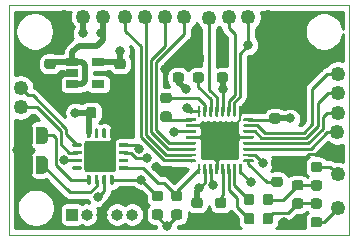
<source format=gbr>
G04 #@! TF.GenerationSoftware,KiCad,Pcbnew,5.1.9*
G04 #@! TF.CreationDate,2021-03-07T10:51:21+01:00*
G04 #@! TF.ProjectId,UniAmp,556e6941-6d70-42e6-9b69-6361645f7063,rev?*
G04 #@! TF.SameCoordinates,Original*
G04 #@! TF.FileFunction,Copper,L1,Top*
G04 #@! TF.FilePolarity,Positive*
%FSLAX46Y46*%
G04 Gerber Fmt 4.6, Leading zero omitted, Abs format (unit mm)*
G04 Created by KiCad (PCBNEW 5.1.9) date 2021-03-07 10:51:21*
%MOMM*%
%LPD*%
G01*
G04 APERTURE LIST*
G04 #@! TA.AperFunction,Profile*
%ADD10C,0.050000*%
G04 #@! TD*
G04 #@! TA.AperFunction,SMDPad,CuDef*
%ADD11C,0.150000*%
G04 #@! TD*
G04 #@! TA.AperFunction,ComponentPad*
%ADD12R,1.000000X1.000000*%
G04 #@! TD*
G04 #@! TA.AperFunction,ComponentPad*
%ADD13O,1.000000X1.000000*%
G04 #@! TD*
G04 #@! TA.AperFunction,ComponentPad*
%ADD14C,1.250000*%
G04 #@! TD*
G04 #@! TA.AperFunction,SMDPad,CuDef*
%ADD15R,1.060000X0.650000*%
G04 #@! TD*
G04 #@! TA.AperFunction,ViaPad*
%ADD16C,0.800000*%
G04 #@! TD*
G04 #@! TA.AperFunction,Conductor*
%ADD17C,0.250000*%
G04 #@! TD*
G04 #@! TA.AperFunction,Conductor*
%ADD18C,0.200000*%
G04 #@! TD*
G04 #@! TA.AperFunction,Conductor*
%ADD19C,0.500000*%
G04 #@! TD*
G04 #@! TA.AperFunction,Conductor*
%ADD20C,0.254000*%
G04 #@! TD*
G04 #@! TA.AperFunction,Conductor*
%ADD21C,0.150000*%
G04 #@! TD*
G04 APERTURE END LIST*
D10*
X113010000Y-56530000D02*
X113010000Y-75960000D01*
X141850000Y-56530000D02*
X113010000Y-56530000D01*
X141850000Y-75960000D02*
X141850000Y-56530000D01*
X113010000Y-75960000D02*
X141850000Y-75960000D01*
G04 #@! TA.AperFunction,SMDPad,CuDef*
G36*
G01*
X126053750Y-63925000D02*
X126566250Y-63925000D01*
G75*
G02*
X126785000Y-64143750I0J-218750D01*
G01*
X126785000Y-64581250D01*
G75*
G02*
X126566250Y-64800000I-218750J0D01*
G01*
X126053750Y-64800000D01*
G75*
G02*
X125835000Y-64581250I0J218750D01*
G01*
X125835000Y-64143750D01*
G75*
G02*
X126053750Y-63925000I218750J0D01*
G01*
G37*
G04 #@! TD.AperFunction*
G04 #@! TA.AperFunction,SMDPad,CuDef*
G36*
G01*
X126053750Y-65500000D02*
X126566250Y-65500000D01*
G75*
G02*
X126785000Y-65718750I0J-218750D01*
G01*
X126785000Y-66156250D01*
G75*
G02*
X126566250Y-66375000I-218750J0D01*
G01*
X126053750Y-66375000D01*
G75*
G02*
X125835000Y-66156250I0J218750D01*
G01*
X125835000Y-65718750D01*
G75*
G02*
X126053750Y-65500000I218750J0D01*
G01*
G37*
G04 #@! TD.AperFunction*
G04 #@! TA.AperFunction,SMDPad,CuDef*
G36*
G01*
X122005000Y-65343750D02*
X122005000Y-65856250D01*
G75*
G02*
X121786250Y-66075000I-218750J0D01*
G01*
X121348750Y-66075000D01*
G75*
G02*
X121130000Y-65856250I0J218750D01*
G01*
X121130000Y-65343750D01*
G75*
G02*
X121348750Y-65125000I218750J0D01*
G01*
X121786250Y-65125000D01*
G75*
G02*
X122005000Y-65343750I0J-218750D01*
G01*
G37*
G04 #@! TD.AperFunction*
G04 #@! TA.AperFunction,SMDPad,CuDef*
G36*
G01*
X120430000Y-65343750D02*
X120430000Y-65856250D01*
G75*
G02*
X120211250Y-66075000I-218750J0D01*
G01*
X119773750Y-66075000D01*
G75*
G02*
X119555000Y-65856250I0J218750D01*
G01*
X119555000Y-65343750D01*
G75*
G02*
X119773750Y-65125000I218750J0D01*
G01*
X120211250Y-65125000D01*
G75*
G02*
X120430000Y-65343750I0J-218750D01*
G01*
G37*
G04 #@! TD.AperFunction*
G04 #@! TA.AperFunction,SMDPad,CuDef*
G36*
G01*
X127093750Y-62197500D02*
X127606250Y-62197500D01*
G75*
G02*
X127825000Y-62416250I0J-218750D01*
G01*
X127825000Y-62853750D01*
G75*
G02*
X127606250Y-63072500I-218750J0D01*
G01*
X127093750Y-63072500D01*
G75*
G02*
X126875000Y-62853750I0J218750D01*
G01*
X126875000Y-62416250D01*
G75*
G02*
X127093750Y-62197500I218750J0D01*
G01*
G37*
G04 #@! TD.AperFunction*
G04 #@! TA.AperFunction,SMDPad,CuDef*
G36*
G01*
X127093750Y-60622500D02*
X127606250Y-60622500D01*
G75*
G02*
X127825000Y-60841250I0J-218750D01*
G01*
X127825000Y-61278750D01*
G75*
G02*
X127606250Y-61497500I-218750J0D01*
G01*
X127093750Y-61497500D01*
G75*
G02*
X126875000Y-61278750I0J218750D01*
G01*
X126875000Y-60841250D01*
G75*
G02*
X127093750Y-60622500I218750J0D01*
G01*
G37*
G04 #@! TD.AperFunction*
G04 #@! TA.AperFunction,SMDPad,CuDef*
G36*
G01*
X128693750Y-72812500D02*
X129206250Y-72812500D01*
G75*
G02*
X129425000Y-73031250I0J-218750D01*
G01*
X129425000Y-73468750D01*
G75*
G02*
X129206250Y-73687500I-218750J0D01*
G01*
X128693750Y-73687500D01*
G75*
G02*
X128475000Y-73468750I0J218750D01*
G01*
X128475000Y-73031250D01*
G75*
G02*
X128693750Y-72812500I218750J0D01*
G01*
G37*
G04 #@! TD.AperFunction*
G04 #@! TA.AperFunction,SMDPad,CuDef*
G36*
G01*
X128693750Y-74387500D02*
X129206250Y-74387500D01*
G75*
G02*
X129425000Y-74606250I0J-218750D01*
G01*
X129425000Y-75043750D01*
G75*
G02*
X129206250Y-75262500I-218750J0D01*
G01*
X128693750Y-75262500D01*
G75*
G02*
X128475000Y-75043750I0J218750D01*
G01*
X128475000Y-74606250D01*
G75*
G02*
X128693750Y-74387500I218750J0D01*
G01*
G37*
G04 #@! TD.AperFunction*
G04 #@! TA.AperFunction,SMDPad,CuDef*
G36*
G01*
X128793750Y-62197500D02*
X129306250Y-62197500D01*
G75*
G02*
X129525000Y-62416250I0J-218750D01*
G01*
X129525000Y-62853750D01*
G75*
G02*
X129306250Y-63072500I-218750J0D01*
G01*
X128793750Y-63072500D01*
G75*
G02*
X128575000Y-62853750I0J218750D01*
G01*
X128575000Y-62416250D01*
G75*
G02*
X128793750Y-62197500I218750J0D01*
G01*
G37*
G04 #@! TD.AperFunction*
G04 #@! TA.AperFunction,SMDPad,CuDef*
G36*
G01*
X128793750Y-60622500D02*
X129306250Y-60622500D01*
G75*
G02*
X129525000Y-60841250I0J-218750D01*
G01*
X129525000Y-61278750D01*
G75*
G02*
X129306250Y-61497500I-218750J0D01*
G01*
X128793750Y-61497500D01*
G75*
G02*
X128575000Y-61278750I0J218750D01*
G01*
X128575000Y-60841250D01*
G75*
G02*
X128793750Y-60622500I218750J0D01*
G01*
G37*
G04 #@! TD.AperFunction*
G04 #@! TA.AperFunction,SMDPad,CuDef*
G36*
G01*
X130833750Y-60622500D02*
X131346250Y-60622500D01*
G75*
G02*
X131565000Y-60841250I0J-218750D01*
G01*
X131565000Y-61278750D01*
G75*
G02*
X131346250Y-61497500I-218750J0D01*
G01*
X130833750Y-61497500D01*
G75*
G02*
X130615000Y-61278750I0J218750D01*
G01*
X130615000Y-60841250D01*
G75*
G02*
X130833750Y-60622500I218750J0D01*
G01*
G37*
G04 #@! TD.AperFunction*
G04 #@! TA.AperFunction,SMDPad,CuDef*
G36*
G01*
X130833750Y-62197500D02*
X131346250Y-62197500D01*
G75*
G02*
X131565000Y-62416250I0J-218750D01*
G01*
X131565000Y-62853750D01*
G75*
G02*
X131346250Y-63072500I-218750J0D01*
G01*
X130833750Y-63072500D01*
G75*
G02*
X130615000Y-62853750I0J218750D01*
G01*
X130615000Y-62416250D01*
G75*
G02*
X130833750Y-62197500I218750J0D01*
G01*
G37*
G04 #@! TD.AperFunction*
G04 #@! TA.AperFunction,SMDPad,CuDef*
G36*
G01*
X130693750Y-74387500D02*
X131206250Y-74387500D01*
G75*
G02*
X131425000Y-74606250I0J-218750D01*
G01*
X131425000Y-75043750D01*
G75*
G02*
X131206250Y-75262500I-218750J0D01*
G01*
X130693750Y-75262500D01*
G75*
G02*
X130475000Y-75043750I0J218750D01*
G01*
X130475000Y-74606250D01*
G75*
G02*
X130693750Y-74387500I218750J0D01*
G01*
G37*
G04 #@! TD.AperFunction*
G04 #@! TA.AperFunction,SMDPad,CuDef*
G36*
G01*
X130693750Y-72812500D02*
X131206250Y-72812500D01*
G75*
G02*
X131425000Y-73031250I0J-218750D01*
G01*
X131425000Y-73468750D01*
G75*
G02*
X131206250Y-73687500I-218750J0D01*
G01*
X130693750Y-73687500D01*
G75*
G02*
X130475000Y-73468750I0J218750D01*
G01*
X130475000Y-73031250D01*
G75*
G02*
X130693750Y-72812500I218750J0D01*
G01*
G37*
G04 #@! TD.AperFunction*
G04 #@! TA.AperFunction,SMDPad,CuDef*
G36*
G01*
X135283750Y-64077500D02*
X135796250Y-64077500D01*
G75*
G02*
X136015000Y-64296250I0J-218750D01*
G01*
X136015000Y-64733750D01*
G75*
G02*
X135796250Y-64952500I-218750J0D01*
G01*
X135283750Y-64952500D01*
G75*
G02*
X135065000Y-64733750I0J218750D01*
G01*
X135065000Y-64296250D01*
G75*
G02*
X135283750Y-64077500I218750J0D01*
G01*
G37*
G04 #@! TD.AperFunction*
G04 #@! TA.AperFunction,SMDPad,CuDef*
G36*
G01*
X135283750Y-65652500D02*
X135796250Y-65652500D01*
G75*
G02*
X136015000Y-65871250I0J-218750D01*
G01*
X136015000Y-66308750D01*
G75*
G02*
X135796250Y-66527500I-218750J0D01*
G01*
X135283750Y-66527500D01*
G75*
G02*
X135065000Y-66308750I0J218750D01*
G01*
X135065000Y-65871250D01*
G75*
G02*
X135283750Y-65652500I218750J0D01*
G01*
G37*
G04 #@! TD.AperFunction*
G04 #@! TA.AperFunction,SMDPad,CuDef*
G36*
G01*
X135453750Y-71027500D02*
X135966250Y-71027500D01*
G75*
G02*
X136185000Y-71246250I0J-218750D01*
G01*
X136185000Y-71683750D01*
G75*
G02*
X135966250Y-71902500I-218750J0D01*
G01*
X135453750Y-71902500D01*
G75*
G02*
X135235000Y-71683750I0J218750D01*
G01*
X135235000Y-71246250D01*
G75*
G02*
X135453750Y-71027500I218750J0D01*
G01*
G37*
G04 #@! TD.AperFunction*
G04 #@! TA.AperFunction,SMDPad,CuDef*
G36*
G01*
X135453750Y-69452500D02*
X135966250Y-69452500D01*
G75*
G02*
X136185000Y-69671250I0J-218750D01*
G01*
X136185000Y-70108750D01*
G75*
G02*
X135966250Y-70327500I-218750J0D01*
G01*
X135453750Y-70327500D01*
G75*
G02*
X135235000Y-70108750I0J218750D01*
G01*
X135235000Y-69671250D01*
G75*
G02*
X135453750Y-69452500I218750J0D01*
G01*
G37*
G04 #@! TD.AperFunction*
G04 #@! TA.AperFunction,SMDPad,CuDef*
G36*
G01*
X133802500Y-72703750D02*
X133802500Y-73216250D01*
G75*
G02*
X133583750Y-73435000I-218750J0D01*
G01*
X133146250Y-73435000D01*
G75*
G02*
X132927500Y-73216250I0J218750D01*
G01*
X132927500Y-72703750D01*
G75*
G02*
X133146250Y-72485000I218750J0D01*
G01*
X133583750Y-72485000D01*
G75*
G02*
X133802500Y-72703750I0J-218750D01*
G01*
G37*
G04 #@! TD.AperFunction*
G04 #@! TA.AperFunction,SMDPad,CuDef*
G36*
G01*
X135377500Y-72703750D02*
X135377500Y-73216250D01*
G75*
G02*
X135158750Y-73435000I-218750J0D01*
G01*
X134721250Y-73435000D01*
G75*
G02*
X134502500Y-73216250I0J218750D01*
G01*
X134502500Y-72703750D01*
G75*
G02*
X134721250Y-72485000I218750J0D01*
G01*
X135158750Y-72485000D01*
G75*
G02*
X135377500Y-72703750I0J-218750D01*
G01*
G37*
G04 #@! TD.AperFunction*
G04 #@! TA.AperFunction,SMDPad,CuDef*
G36*
G01*
X135377500Y-74323750D02*
X135377500Y-74836250D01*
G75*
G02*
X135158750Y-75055000I-218750J0D01*
G01*
X134721250Y-75055000D01*
G75*
G02*
X134502500Y-74836250I0J218750D01*
G01*
X134502500Y-74323750D01*
G75*
G02*
X134721250Y-74105000I218750J0D01*
G01*
X135158750Y-74105000D01*
G75*
G02*
X135377500Y-74323750I0J-218750D01*
G01*
G37*
G04 #@! TD.AperFunction*
G04 #@! TA.AperFunction,SMDPad,CuDef*
G36*
G01*
X133802500Y-74323750D02*
X133802500Y-74836250D01*
G75*
G02*
X133583750Y-75055000I-218750J0D01*
G01*
X133146250Y-75055000D01*
G75*
G02*
X132927500Y-74836250I0J218750D01*
G01*
X132927500Y-74323750D01*
G75*
G02*
X133146250Y-74105000I218750J0D01*
G01*
X133583750Y-74105000D01*
G75*
G02*
X133802500Y-74323750I0J-218750D01*
G01*
G37*
G04 #@! TD.AperFunction*
G04 #@! TA.AperFunction,SMDPad,CuDef*
G36*
G01*
X116243750Y-62617500D02*
X116756250Y-62617500D01*
G75*
G02*
X116975000Y-62836250I0J-218750D01*
G01*
X116975000Y-63273750D01*
G75*
G02*
X116756250Y-63492500I-218750J0D01*
G01*
X116243750Y-63492500D01*
G75*
G02*
X116025000Y-63273750I0J218750D01*
G01*
X116025000Y-62836250D01*
G75*
G02*
X116243750Y-62617500I218750J0D01*
G01*
G37*
G04 #@! TD.AperFunction*
G04 #@! TA.AperFunction,SMDPad,CuDef*
G36*
G01*
X116243750Y-61042500D02*
X116756250Y-61042500D01*
G75*
G02*
X116975000Y-61261250I0J-218750D01*
G01*
X116975000Y-61698750D01*
G75*
G02*
X116756250Y-61917500I-218750J0D01*
G01*
X116243750Y-61917500D01*
G75*
G02*
X116025000Y-61698750I0J218750D01*
G01*
X116025000Y-61261250D01*
G75*
G02*
X116243750Y-61042500I218750J0D01*
G01*
G37*
G04 #@! TD.AperFunction*
G04 #@! TA.AperFunction,SMDPad,CuDef*
G36*
G01*
X122173750Y-61052500D02*
X122686250Y-61052500D01*
G75*
G02*
X122905000Y-61271250I0J-218750D01*
G01*
X122905000Y-61708750D01*
G75*
G02*
X122686250Y-61927500I-218750J0D01*
G01*
X122173750Y-61927500D01*
G75*
G02*
X121955000Y-61708750I0J218750D01*
G01*
X121955000Y-61271250D01*
G75*
G02*
X122173750Y-61052500I218750J0D01*
G01*
G37*
G04 #@! TD.AperFunction*
G04 #@! TA.AperFunction,SMDPad,CuDef*
G36*
G01*
X122173750Y-62627500D02*
X122686250Y-62627500D01*
G75*
G02*
X122905000Y-62846250I0J-218750D01*
G01*
X122905000Y-63283750D01*
G75*
G02*
X122686250Y-63502500I-218750J0D01*
G01*
X122173750Y-63502500D01*
G75*
G02*
X121955000Y-63283750I0J218750D01*
G01*
X121955000Y-62846250D01*
G75*
G02*
X122173750Y-62627500I218750J0D01*
G01*
G37*
G04 #@! TD.AperFunction*
G04 #@! TA.AperFunction,SMDPad,CuDef*
D11*
G36*
X114550000Y-68279398D02*
G01*
X114525466Y-68279398D01*
X114476635Y-68274588D01*
X114428510Y-68265016D01*
X114381555Y-68250772D01*
X114336222Y-68231995D01*
X114292949Y-68208864D01*
X114252150Y-68181604D01*
X114214221Y-68150476D01*
X114179524Y-68115779D01*
X114148396Y-68077850D01*
X114121136Y-68037051D01*
X114098005Y-67993778D01*
X114079228Y-67948445D01*
X114064984Y-67901490D01*
X114055412Y-67853365D01*
X114050602Y-67804534D01*
X114050602Y-67780000D01*
X114050000Y-67780000D01*
X114050000Y-67280000D01*
X114050602Y-67280000D01*
X114050602Y-67255466D01*
X114055412Y-67206635D01*
X114064984Y-67158510D01*
X114079228Y-67111555D01*
X114098005Y-67066222D01*
X114121136Y-67022949D01*
X114148396Y-66982150D01*
X114179524Y-66944221D01*
X114214221Y-66909524D01*
X114252150Y-66878396D01*
X114292949Y-66851136D01*
X114336222Y-66828005D01*
X114381555Y-66809228D01*
X114428510Y-66794984D01*
X114476635Y-66785412D01*
X114525466Y-66780602D01*
X114550000Y-66780602D01*
X114550000Y-66780000D01*
X115050000Y-66780000D01*
X115050000Y-68280000D01*
X114550000Y-68280000D01*
X114550000Y-68279398D01*
G37*
G04 #@! TD.AperFunction*
G04 #@! TA.AperFunction,SMDPad,CuDef*
G36*
X115350000Y-66780000D02*
G01*
X115850000Y-66780000D01*
X115850000Y-66780602D01*
X115874534Y-66780602D01*
X115923365Y-66785412D01*
X115971490Y-66794984D01*
X116018445Y-66809228D01*
X116063778Y-66828005D01*
X116107051Y-66851136D01*
X116147850Y-66878396D01*
X116185779Y-66909524D01*
X116220476Y-66944221D01*
X116251604Y-66982150D01*
X116278864Y-67022949D01*
X116301995Y-67066222D01*
X116320772Y-67111555D01*
X116335016Y-67158510D01*
X116344588Y-67206635D01*
X116349398Y-67255466D01*
X116349398Y-67280000D01*
X116350000Y-67280000D01*
X116350000Y-67780000D01*
X116349398Y-67780000D01*
X116349398Y-67804534D01*
X116344588Y-67853365D01*
X116335016Y-67901490D01*
X116320772Y-67948445D01*
X116301995Y-67993778D01*
X116278864Y-68037051D01*
X116251604Y-68077850D01*
X116220476Y-68115779D01*
X116185779Y-68150476D01*
X116147850Y-68181604D01*
X116107051Y-68208864D01*
X116063778Y-68231995D01*
X116018445Y-68250772D01*
X115971490Y-68265016D01*
X115923365Y-68274588D01*
X115874534Y-68279398D01*
X115850000Y-68279398D01*
X115850000Y-68280000D01*
X115350000Y-68280000D01*
X115350000Y-66780000D01*
G37*
G04 #@! TD.AperFunction*
G04 #@! TA.AperFunction,SMDPad,CuDef*
G36*
X115350000Y-69270000D02*
G01*
X115850000Y-69270000D01*
X115850000Y-69270602D01*
X115874534Y-69270602D01*
X115923365Y-69275412D01*
X115971490Y-69284984D01*
X116018445Y-69299228D01*
X116063778Y-69318005D01*
X116107051Y-69341136D01*
X116147850Y-69368396D01*
X116185779Y-69399524D01*
X116220476Y-69434221D01*
X116251604Y-69472150D01*
X116278864Y-69512949D01*
X116301995Y-69556222D01*
X116320772Y-69601555D01*
X116335016Y-69648510D01*
X116344588Y-69696635D01*
X116349398Y-69745466D01*
X116349398Y-69770000D01*
X116350000Y-69770000D01*
X116350000Y-70270000D01*
X116349398Y-70270000D01*
X116349398Y-70294534D01*
X116344588Y-70343365D01*
X116335016Y-70391490D01*
X116320772Y-70438445D01*
X116301995Y-70483778D01*
X116278864Y-70527051D01*
X116251604Y-70567850D01*
X116220476Y-70605779D01*
X116185779Y-70640476D01*
X116147850Y-70671604D01*
X116107051Y-70698864D01*
X116063778Y-70721995D01*
X116018445Y-70740772D01*
X115971490Y-70755016D01*
X115923365Y-70764588D01*
X115874534Y-70769398D01*
X115850000Y-70769398D01*
X115850000Y-70770000D01*
X115350000Y-70770000D01*
X115350000Y-69270000D01*
G37*
G04 #@! TD.AperFunction*
G04 #@! TA.AperFunction,SMDPad,CuDef*
G36*
X114550000Y-70769398D02*
G01*
X114525466Y-70769398D01*
X114476635Y-70764588D01*
X114428510Y-70755016D01*
X114381555Y-70740772D01*
X114336222Y-70721995D01*
X114292949Y-70698864D01*
X114252150Y-70671604D01*
X114214221Y-70640476D01*
X114179524Y-70605779D01*
X114148396Y-70567850D01*
X114121136Y-70527051D01*
X114098005Y-70483778D01*
X114079228Y-70438445D01*
X114064984Y-70391490D01*
X114055412Y-70343365D01*
X114050602Y-70294534D01*
X114050602Y-70270000D01*
X114050000Y-70270000D01*
X114050000Y-69770000D01*
X114050602Y-69770000D01*
X114050602Y-69745466D01*
X114055412Y-69696635D01*
X114064984Y-69648510D01*
X114079228Y-69601555D01*
X114098005Y-69556222D01*
X114121136Y-69512949D01*
X114148396Y-69472150D01*
X114179524Y-69434221D01*
X114214221Y-69399524D01*
X114252150Y-69368396D01*
X114292949Y-69341136D01*
X114336222Y-69318005D01*
X114381555Y-69299228D01*
X114428510Y-69284984D01*
X114476635Y-69275412D01*
X114525466Y-69270602D01*
X114550000Y-69270602D01*
X114550000Y-69270000D01*
X115050000Y-69270000D01*
X115050000Y-70770000D01*
X114550000Y-70770000D01*
X114550000Y-70769398D01*
G37*
G04 #@! TD.AperFunction*
D12*
X118360000Y-74230000D03*
D13*
X119630000Y-74230000D03*
X120900000Y-74230000D03*
X122170000Y-74230000D03*
X123440000Y-74230000D03*
G04 #@! TA.AperFunction,SMDPad,CuDef*
G36*
G01*
X125846250Y-73090000D02*
X125333750Y-73090000D01*
G75*
G02*
X125115000Y-72871250I0J218750D01*
G01*
X125115000Y-72433750D01*
G75*
G02*
X125333750Y-72215000I218750J0D01*
G01*
X125846250Y-72215000D01*
G75*
G02*
X126065000Y-72433750I0J-218750D01*
G01*
X126065000Y-72871250D01*
G75*
G02*
X125846250Y-73090000I-218750J0D01*
G01*
G37*
G04 #@! TD.AperFunction*
G04 #@! TA.AperFunction,SMDPad,CuDef*
G36*
G01*
X125846250Y-74665000D02*
X125333750Y-74665000D01*
G75*
G02*
X125115000Y-74446250I0J218750D01*
G01*
X125115000Y-74008750D01*
G75*
G02*
X125333750Y-73790000I218750J0D01*
G01*
X125846250Y-73790000D01*
G75*
G02*
X126065000Y-74008750I0J-218750D01*
G01*
X126065000Y-74446250D01*
G75*
G02*
X125846250Y-74665000I-218750J0D01*
G01*
G37*
G04 #@! TD.AperFunction*
G04 #@! TA.AperFunction,SMDPad,CuDef*
G36*
G01*
X126973750Y-72225000D02*
X127486250Y-72225000D01*
G75*
G02*
X127705000Y-72443750I0J-218750D01*
G01*
X127705000Y-72881250D01*
G75*
G02*
X127486250Y-73100000I-218750J0D01*
G01*
X126973750Y-73100000D01*
G75*
G02*
X126755000Y-72881250I0J218750D01*
G01*
X126755000Y-72443750D01*
G75*
G02*
X126973750Y-72225000I218750J0D01*
G01*
G37*
G04 #@! TD.AperFunction*
G04 #@! TA.AperFunction,SMDPad,CuDef*
G36*
G01*
X126973750Y-73800000D02*
X127486250Y-73800000D01*
G75*
G02*
X127705000Y-74018750I0J-218750D01*
G01*
X127705000Y-74456250D01*
G75*
G02*
X127486250Y-74675000I-218750J0D01*
G01*
X126973750Y-74675000D01*
G75*
G02*
X126755000Y-74456250I0J218750D01*
G01*
X126755000Y-74018750D01*
G75*
G02*
X126973750Y-73800000I218750J0D01*
G01*
G37*
G04 #@! TD.AperFunction*
G04 #@! TA.AperFunction,SMDPad,CuDef*
G36*
G01*
X137716250Y-70617500D02*
X137203750Y-70617500D01*
G75*
G02*
X136985000Y-70398750I0J218750D01*
G01*
X136985000Y-69961250D01*
G75*
G02*
X137203750Y-69742500I218750J0D01*
G01*
X137716250Y-69742500D01*
G75*
G02*
X137935000Y-69961250I0J-218750D01*
G01*
X137935000Y-70398750D01*
G75*
G02*
X137716250Y-70617500I-218750J0D01*
G01*
G37*
G04 #@! TD.AperFunction*
G04 #@! TA.AperFunction,SMDPad,CuDef*
G36*
G01*
X137716250Y-72192500D02*
X137203750Y-72192500D01*
G75*
G02*
X136985000Y-71973750I0J218750D01*
G01*
X136985000Y-71536250D01*
G75*
G02*
X137203750Y-71317500I218750J0D01*
G01*
X137716250Y-71317500D01*
G75*
G02*
X137935000Y-71536250I0J-218750D01*
G01*
X137935000Y-71973750D01*
G75*
G02*
X137716250Y-72192500I-218750J0D01*
G01*
G37*
G04 #@! TD.AperFunction*
G04 #@! TA.AperFunction,SMDPad,CuDef*
G36*
G01*
X137203750Y-72852500D02*
X137716250Y-72852500D01*
G75*
G02*
X137935000Y-73071250I0J-218750D01*
G01*
X137935000Y-73508750D01*
G75*
G02*
X137716250Y-73727500I-218750J0D01*
G01*
X137203750Y-73727500D01*
G75*
G02*
X136985000Y-73508750I0J218750D01*
G01*
X136985000Y-73071250D01*
G75*
G02*
X137203750Y-72852500I218750J0D01*
G01*
G37*
G04 #@! TD.AperFunction*
G04 #@! TA.AperFunction,SMDPad,CuDef*
G36*
G01*
X137203750Y-74427500D02*
X137716250Y-74427500D01*
G75*
G02*
X137935000Y-74646250I0J-218750D01*
G01*
X137935000Y-75083750D01*
G75*
G02*
X137716250Y-75302500I-218750J0D01*
G01*
X137203750Y-75302500D01*
G75*
G02*
X136985000Y-75083750I0J218750D01*
G01*
X136985000Y-74646250D01*
G75*
G02*
X137203750Y-74427500I218750J0D01*
G01*
G37*
G04 #@! TD.AperFunction*
G04 #@! TA.AperFunction,SMDPad,CuDef*
G36*
G01*
X138803750Y-69752500D02*
X139316250Y-69752500D01*
G75*
G02*
X139535000Y-69971250I0J-218750D01*
G01*
X139535000Y-70408750D01*
G75*
G02*
X139316250Y-70627500I-218750J0D01*
G01*
X138803750Y-70627500D01*
G75*
G02*
X138585000Y-70408750I0J218750D01*
G01*
X138585000Y-69971250D01*
G75*
G02*
X138803750Y-69752500I218750J0D01*
G01*
G37*
G04 #@! TD.AperFunction*
G04 #@! TA.AperFunction,SMDPad,CuDef*
G36*
G01*
X138803750Y-71327500D02*
X139316250Y-71327500D01*
G75*
G02*
X139535000Y-71546250I0J-218750D01*
G01*
X139535000Y-71983750D01*
G75*
G02*
X139316250Y-72202500I-218750J0D01*
G01*
X138803750Y-72202500D01*
G75*
G02*
X138585000Y-71983750I0J218750D01*
G01*
X138585000Y-71546250D01*
G75*
G02*
X138803750Y-71327500I218750J0D01*
G01*
G37*
G04 #@! TD.AperFunction*
G04 #@! TA.AperFunction,SMDPad,CuDef*
G36*
G01*
X139306250Y-73747500D02*
X138793750Y-73747500D01*
G75*
G02*
X138575000Y-73528750I0J218750D01*
G01*
X138575000Y-73091250D01*
G75*
G02*
X138793750Y-72872500I218750J0D01*
G01*
X139306250Y-72872500D01*
G75*
G02*
X139525000Y-73091250I0J-218750D01*
G01*
X139525000Y-73528750D01*
G75*
G02*
X139306250Y-73747500I-218750J0D01*
G01*
G37*
G04 #@! TD.AperFunction*
G04 #@! TA.AperFunction,SMDPad,CuDef*
G36*
G01*
X139306250Y-75322500D02*
X138793750Y-75322500D01*
G75*
G02*
X138575000Y-75103750I0J218750D01*
G01*
X138575000Y-74666250D01*
G75*
G02*
X138793750Y-74447500I218750J0D01*
G01*
X139306250Y-74447500D01*
G75*
G02*
X139525000Y-74666250I0J-218750D01*
G01*
X139525000Y-75103750D01*
G75*
G02*
X139306250Y-75322500I-218750J0D01*
G01*
G37*
G04 #@! TD.AperFunction*
D14*
X114000000Y-63500000D03*
X114000000Y-65150000D03*
X117660000Y-57490000D03*
X120960000Y-57480000D03*
X127850000Y-57540000D03*
X126190000Y-57500000D03*
X124530000Y-57480000D03*
X122870000Y-57520000D03*
X119310000Y-57490000D03*
X140870000Y-62310000D03*
X140870000Y-63970000D03*
X140850000Y-65620000D03*
X140830000Y-67270000D03*
X140840000Y-70820000D03*
X140910000Y-73700000D03*
G04 #@! TA.AperFunction,SMDPad,CuDef*
G36*
G01*
X119410000Y-70419999D02*
X119410000Y-68220001D01*
G75*
G02*
X119660001Y-67970000I250001J0D01*
G01*
X121859999Y-67970000D01*
G75*
G02*
X122110000Y-68220001I0J-250001D01*
G01*
X122110000Y-70419999D01*
G75*
G02*
X121859999Y-70670000I-250001J0D01*
G01*
X119660001Y-70670000D01*
G75*
G02*
X119410000Y-70419999I0J250001D01*
G01*
G37*
G04 #@! TD.AperFunction*
G04 #@! TA.AperFunction,SMDPad,CuDef*
G36*
G01*
X118385000Y-68420000D02*
X118385000Y-68270000D01*
G75*
G02*
X118460000Y-68195000I75000J0D01*
G01*
X119135000Y-68195000D01*
G75*
G02*
X119210000Y-68270000I0J-75000D01*
G01*
X119210000Y-68420000D01*
G75*
G02*
X119135000Y-68495000I-75000J0D01*
G01*
X118460000Y-68495000D01*
G75*
G02*
X118385000Y-68420000I0J75000D01*
G01*
G37*
G04 #@! TD.AperFunction*
G04 #@! TA.AperFunction,SMDPad,CuDef*
G36*
G01*
X118385000Y-69070000D02*
X118385000Y-68920000D01*
G75*
G02*
X118460000Y-68845000I75000J0D01*
G01*
X119135000Y-68845000D01*
G75*
G02*
X119210000Y-68920000I0J-75000D01*
G01*
X119210000Y-69070000D01*
G75*
G02*
X119135000Y-69145000I-75000J0D01*
G01*
X118460000Y-69145000D01*
G75*
G02*
X118385000Y-69070000I0J75000D01*
G01*
G37*
G04 #@! TD.AperFunction*
G04 #@! TA.AperFunction,SMDPad,CuDef*
G36*
G01*
X118385000Y-69720000D02*
X118385000Y-69570000D01*
G75*
G02*
X118460000Y-69495000I75000J0D01*
G01*
X119135000Y-69495000D01*
G75*
G02*
X119210000Y-69570000I0J-75000D01*
G01*
X119210000Y-69720000D01*
G75*
G02*
X119135000Y-69795000I-75000J0D01*
G01*
X118460000Y-69795000D01*
G75*
G02*
X118385000Y-69720000I0J75000D01*
G01*
G37*
G04 #@! TD.AperFunction*
G04 #@! TA.AperFunction,SMDPad,CuDef*
G36*
G01*
X118385000Y-70370000D02*
X118385000Y-70220000D01*
G75*
G02*
X118460000Y-70145000I75000J0D01*
G01*
X119135000Y-70145000D01*
G75*
G02*
X119210000Y-70220000I0J-75000D01*
G01*
X119210000Y-70370000D01*
G75*
G02*
X119135000Y-70445000I-75000J0D01*
G01*
X118460000Y-70445000D01*
G75*
G02*
X118385000Y-70370000I0J75000D01*
G01*
G37*
G04 #@! TD.AperFunction*
G04 #@! TA.AperFunction,SMDPad,CuDef*
G36*
G01*
X119635000Y-71620000D02*
X119635000Y-70945000D01*
G75*
G02*
X119710000Y-70870000I75000J0D01*
G01*
X119860000Y-70870000D01*
G75*
G02*
X119935000Y-70945000I0J-75000D01*
G01*
X119935000Y-71620000D01*
G75*
G02*
X119860000Y-71695000I-75000J0D01*
G01*
X119710000Y-71695000D01*
G75*
G02*
X119635000Y-71620000I0J75000D01*
G01*
G37*
G04 #@! TD.AperFunction*
G04 #@! TA.AperFunction,SMDPad,CuDef*
G36*
G01*
X120285000Y-71620000D02*
X120285000Y-70945000D01*
G75*
G02*
X120360000Y-70870000I75000J0D01*
G01*
X120510000Y-70870000D01*
G75*
G02*
X120585000Y-70945000I0J-75000D01*
G01*
X120585000Y-71620000D01*
G75*
G02*
X120510000Y-71695000I-75000J0D01*
G01*
X120360000Y-71695000D01*
G75*
G02*
X120285000Y-71620000I0J75000D01*
G01*
G37*
G04 #@! TD.AperFunction*
G04 #@! TA.AperFunction,SMDPad,CuDef*
G36*
G01*
X120935000Y-71620000D02*
X120935000Y-70945000D01*
G75*
G02*
X121010000Y-70870000I75000J0D01*
G01*
X121160000Y-70870000D01*
G75*
G02*
X121235000Y-70945000I0J-75000D01*
G01*
X121235000Y-71620000D01*
G75*
G02*
X121160000Y-71695000I-75000J0D01*
G01*
X121010000Y-71695000D01*
G75*
G02*
X120935000Y-71620000I0J75000D01*
G01*
G37*
G04 #@! TD.AperFunction*
G04 #@! TA.AperFunction,SMDPad,CuDef*
G36*
G01*
X121585000Y-71620000D02*
X121585000Y-70945000D01*
G75*
G02*
X121660000Y-70870000I75000J0D01*
G01*
X121810000Y-70870000D01*
G75*
G02*
X121885000Y-70945000I0J-75000D01*
G01*
X121885000Y-71620000D01*
G75*
G02*
X121810000Y-71695000I-75000J0D01*
G01*
X121660000Y-71695000D01*
G75*
G02*
X121585000Y-71620000I0J75000D01*
G01*
G37*
G04 #@! TD.AperFunction*
G04 #@! TA.AperFunction,SMDPad,CuDef*
G36*
G01*
X122310000Y-70370000D02*
X122310000Y-70220000D01*
G75*
G02*
X122385000Y-70145000I75000J0D01*
G01*
X123060000Y-70145000D01*
G75*
G02*
X123135000Y-70220000I0J-75000D01*
G01*
X123135000Y-70370000D01*
G75*
G02*
X123060000Y-70445000I-75000J0D01*
G01*
X122385000Y-70445000D01*
G75*
G02*
X122310000Y-70370000I0J75000D01*
G01*
G37*
G04 #@! TD.AperFunction*
G04 #@! TA.AperFunction,SMDPad,CuDef*
G36*
G01*
X122310000Y-69720000D02*
X122310000Y-69570000D01*
G75*
G02*
X122385000Y-69495000I75000J0D01*
G01*
X123060000Y-69495000D01*
G75*
G02*
X123135000Y-69570000I0J-75000D01*
G01*
X123135000Y-69720000D01*
G75*
G02*
X123060000Y-69795000I-75000J0D01*
G01*
X122385000Y-69795000D01*
G75*
G02*
X122310000Y-69720000I0J75000D01*
G01*
G37*
G04 #@! TD.AperFunction*
G04 #@! TA.AperFunction,SMDPad,CuDef*
G36*
G01*
X122310000Y-69070000D02*
X122310000Y-68920000D01*
G75*
G02*
X122385000Y-68845000I75000J0D01*
G01*
X123060000Y-68845000D01*
G75*
G02*
X123135000Y-68920000I0J-75000D01*
G01*
X123135000Y-69070000D01*
G75*
G02*
X123060000Y-69145000I-75000J0D01*
G01*
X122385000Y-69145000D01*
G75*
G02*
X122310000Y-69070000I0J75000D01*
G01*
G37*
G04 #@! TD.AperFunction*
G04 #@! TA.AperFunction,SMDPad,CuDef*
G36*
G01*
X122310000Y-68420000D02*
X122310000Y-68270000D01*
G75*
G02*
X122385000Y-68195000I75000J0D01*
G01*
X123060000Y-68195000D01*
G75*
G02*
X123135000Y-68270000I0J-75000D01*
G01*
X123135000Y-68420000D01*
G75*
G02*
X123060000Y-68495000I-75000J0D01*
G01*
X122385000Y-68495000D01*
G75*
G02*
X122310000Y-68420000I0J75000D01*
G01*
G37*
G04 #@! TD.AperFunction*
G04 #@! TA.AperFunction,SMDPad,CuDef*
G36*
G01*
X121585000Y-67695000D02*
X121585000Y-67020000D01*
G75*
G02*
X121660000Y-66945000I75000J0D01*
G01*
X121810000Y-66945000D01*
G75*
G02*
X121885000Y-67020000I0J-75000D01*
G01*
X121885000Y-67695000D01*
G75*
G02*
X121810000Y-67770000I-75000J0D01*
G01*
X121660000Y-67770000D01*
G75*
G02*
X121585000Y-67695000I0J75000D01*
G01*
G37*
G04 #@! TD.AperFunction*
G04 #@! TA.AperFunction,SMDPad,CuDef*
G36*
G01*
X120935000Y-67695000D02*
X120935000Y-67020000D01*
G75*
G02*
X121010000Y-66945000I75000J0D01*
G01*
X121160000Y-66945000D01*
G75*
G02*
X121235000Y-67020000I0J-75000D01*
G01*
X121235000Y-67695000D01*
G75*
G02*
X121160000Y-67770000I-75000J0D01*
G01*
X121010000Y-67770000D01*
G75*
G02*
X120935000Y-67695000I0J75000D01*
G01*
G37*
G04 #@! TD.AperFunction*
G04 #@! TA.AperFunction,SMDPad,CuDef*
G36*
G01*
X120285000Y-67695000D02*
X120285000Y-67020000D01*
G75*
G02*
X120360000Y-66945000I75000J0D01*
G01*
X120510000Y-66945000D01*
G75*
G02*
X120585000Y-67020000I0J-75000D01*
G01*
X120585000Y-67695000D01*
G75*
G02*
X120510000Y-67770000I-75000J0D01*
G01*
X120360000Y-67770000D01*
G75*
G02*
X120285000Y-67695000I0J75000D01*
G01*
G37*
G04 #@! TD.AperFunction*
G04 #@! TA.AperFunction,SMDPad,CuDef*
G36*
G01*
X119635000Y-67695000D02*
X119635000Y-67020000D01*
G75*
G02*
X119710000Y-66945000I75000J0D01*
G01*
X119860000Y-66945000D01*
G75*
G02*
X119935000Y-67020000I0J-75000D01*
G01*
X119935000Y-67695000D01*
G75*
G02*
X119860000Y-67770000I-75000J0D01*
G01*
X119710000Y-67770000D01*
G75*
G02*
X119635000Y-67695000I0J75000D01*
G01*
G37*
G04 #@! TD.AperFunction*
G04 #@! TA.AperFunction,SMDPad,CuDef*
G36*
G01*
X129310000Y-69240001D02*
X129310000Y-66639999D01*
G75*
G02*
X129559999Y-66390000I249999J0D01*
G01*
X132160001Y-66390000D01*
G75*
G02*
X132410000Y-66639999I0J-249999D01*
G01*
X132410000Y-69240001D01*
G75*
G02*
X132160001Y-69490000I-249999J0D01*
G01*
X129559999Y-69490000D01*
G75*
G02*
X129310000Y-69240001I0J249999D01*
G01*
G37*
G04 #@! TD.AperFunction*
G04 #@! TA.AperFunction,SMDPad,CuDef*
G36*
G01*
X127985000Y-66252500D02*
X127985000Y-66127500D01*
G75*
G02*
X128047500Y-66065000I62500J0D01*
G01*
X128797500Y-66065000D01*
G75*
G02*
X128860000Y-66127500I0J-62500D01*
G01*
X128860000Y-66252500D01*
G75*
G02*
X128797500Y-66315000I-62500J0D01*
G01*
X128047500Y-66315000D01*
G75*
G02*
X127985000Y-66252500I0J62500D01*
G01*
G37*
G04 #@! TD.AperFunction*
G04 #@! TA.AperFunction,SMDPad,CuDef*
G36*
G01*
X127985000Y-66752500D02*
X127985000Y-66627500D01*
G75*
G02*
X128047500Y-66565000I62500J0D01*
G01*
X128797500Y-66565000D01*
G75*
G02*
X128860000Y-66627500I0J-62500D01*
G01*
X128860000Y-66752500D01*
G75*
G02*
X128797500Y-66815000I-62500J0D01*
G01*
X128047500Y-66815000D01*
G75*
G02*
X127985000Y-66752500I0J62500D01*
G01*
G37*
G04 #@! TD.AperFunction*
G04 #@! TA.AperFunction,SMDPad,CuDef*
G36*
G01*
X127985000Y-67252500D02*
X127985000Y-67127500D01*
G75*
G02*
X128047500Y-67065000I62500J0D01*
G01*
X128797500Y-67065000D01*
G75*
G02*
X128860000Y-67127500I0J-62500D01*
G01*
X128860000Y-67252500D01*
G75*
G02*
X128797500Y-67315000I-62500J0D01*
G01*
X128047500Y-67315000D01*
G75*
G02*
X127985000Y-67252500I0J62500D01*
G01*
G37*
G04 #@! TD.AperFunction*
G04 #@! TA.AperFunction,SMDPad,CuDef*
G36*
G01*
X127985000Y-67752500D02*
X127985000Y-67627500D01*
G75*
G02*
X128047500Y-67565000I62500J0D01*
G01*
X128797500Y-67565000D01*
G75*
G02*
X128860000Y-67627500I0J-62500D01*
G01*
X128860000Y-67752500D01*
G75*
G02*
X128797500Y-67815000I-62500J0D01*
G01*
X128047500Y-67815000D01*
G75*
G02*
X127985000Y-67752500I0J62500D01*
G01*
G37*
G04 #@! TD.AperFunction*
G04 #@! TA.AperFunction,SMDPad,CuDef*
G36*
G01*
X127985000Y-68252500D02*
X127985000Y-68127500D01*
G75*
G02*
X128047500Y-68065000I62500J0D01*
G01*
X128797500Y-68065000D01*
G75*
G02*
X128860000Y-68127500I0J-62500D01*
G01*
X128860000Y-68252500D01*
G75*
G02*
X128797500Y-68315000I-62500J0D01*
G01*
X128047500Y-68315000D01*
G75*
G02*
X127985000Y-68252500I0J62500D01*
G01*
G37*
G04 #@! TD.AperFunction*
G04 #@! TA.AperFunction,SMDPad,CuDef*
G36*
G01*
X127985000Y-68752500D02*
X127985000Y-68627500D01*
G75*
G02*
X128047500Y-68565000I62500J0D01*
G01*
X128797500Y-68565000D01*
G75*
G02*
X128860000Y-68627500I0J-62500D01*
G01*
X128860000Y-68752500D01*
G75*
G02*
X128797500Y-68815000I-62500J0D01*
G01*
X128047500Y-68815000D01*
G75*
G02*
X127985000Y-68752500I0J62500D01*
G01*
G37*
G04 #@! TD.AperFunction*
G04 #@! TA.AperFunction,SMDPad,CuDef*
G36*
G01*
X127985000Y-69252500D02*
X127985000Y-69127500D01*
G75*
G02*
X128047500Y-69065000I62500J0D01*
G01*
X128797500Y-69065000D01*
G75*
G02*
X128860000Y-69127500I0J-62500D01*
G01*
X128860000Y-69252500D01*
G75*
G02*
X128797500Y-69315000I-62500J0D01*
G01*
X128047500Y-69315000D01*
G75*
G02*
X127985000Y-69252500I0J62500D01*
G01*
G37*
G04 #@! TD.AperFunction*
G04 #@! TA.AperFunction,SMDPad,CuDef*
G36*
G01*
X127985000Y-69752500D02*
X127985000Y-69627500D01*
G75*
G02*
X128047500Y-69565000I62500J0D01*
G01*
X128797500Y-69565000D01*
G75*
G02*
X128860000Y-69627500I0J-62500D01*
G01*
X128860000Y-69752500D01*
G75*
G02*
X128797500Y-69815000I-62500J0D01*
G01*
X128047500Y-69815000D01*
G75*
G02*
X127985000Y-69752500I0J62500D01*
G01*
G37*
G04 #@! TD.AperFunction*
G04 #@! TA.AperFunction,SMDPad,CuDef*
G36*
G01*
X128985000Y-70752500D02*
X128985000Y-70002500D01*
G75*
G02*
X129047500Y-69940000I62500J0D01*
G01*
X129172500Y-69940000D01*
G75*
G02*
X129235000Y-70002500I0J-62500D01*
G01*
X129235000Y-70752500D01*
G75*
G02*
X129172500Y-70815000I-62500J0D01*
G01*
X129047500Y-70815000D01*
G75*
G02*
X128985000Y-70752500I0J62500D01*
G01*
G37*
G04 #@! TD.AperFunction*
G04 #@! TA.AperFunction,SMDPad,CuDef*
G36*
G01*
X129485000Y-70752500D02*
X129485000Y-70002500D01*
G75*
G02*
X129547500Y-69940000I62500J0D01*
G01*
X129672500Y-69940000D01*
G75*
G02*
X129735000Y-70002500I0J-62500D01*
G01*
X129735000Y-70752500D01*
G75*
G02*
X129672500Y-70815000I-62500J0D01*
G01*
X129547500Y-70815000D01*
G75*
G02*
X129485000Y-70752500I0J62500D01*
G01*
G37*
G04 #@! TD.AperFunction*
G04 #@! TA.AperFunction,SMDPad,CuDef*
G36*
G01*
X129985000Y-70752500D02*
X129985000Y-70002500D01*
G75*
G02*
X130047500Y-69940000I62500J0D01*
G01*
X130172500Y-69940000D01*
G75*
G02*
X130235000Y-70002500I0J-62500D01*
G01*
X130235000Y-70752500D01*
G75*
G02*
X130172500Y-70815000I-62500J0D01*
G01*
X130047500Y-70815000D01*
G75*
G02*
X129985000Y-70752500I0J62500D01*
G01*
G37*
G04 #@! TD.AperFunction*
G04 #@! TA.AperFunction,SMDPad,CuDef*
G36*
G01*
X130485000Y-70752500D02*
X130485000Y-70002500D01*
G75*
G02*
X130547500Y-69940000I62500J0D01*
G01*
X130672500Y-69940000D01*
G75*
G02*
X130735000Y-70002500I0J-62500D01*
G01*
X130735000Y-70752500D01*
G75*
G02*
X130672500Y-70815000I-62500J0D01*
G01*
X130547500Y-70815000D01*
G75*
G02*
X130485000Y-70752500I0J62500D01*
G01*
G37*
G04 #@! TD.AperFunction*
G04 #@! TA.AperFunction,SMDPad,CuDef*
G36*
G01*
X130985000Y-70752500D02*
X130985000Y-70002500D01*
G75*
G02*
X131047500Y-69940000I62500J0D01*
G01*
X131172500Y-69940000D01*
G75*
G02*
X131235000Y-70002500I0J-62500D01*
G01*
X131235000Y-70752500D01*
G75*
G02*
X131172500Y-70815000I-62500J0D01*
G01*
X131047500Y-70815000D01*
G75*
G02*
X130985000Y-70752500I0J62500D01*
G01*
G37*
G04 #@! TD.AperFunction*
G04 #@! TA.AperFunction,SMDPad,CuDef*
G36*
G01*
X131485000Y-70752500D02*
X131485000Y-70002500D01*
G75*
G02*
X131547500Y-69940000I62500J0D01*
G01*
X131672500Y-69940000D01*
G75*
G02*
X131735000Y-70002500I0J-62500D01*
G01*
X131735000Y-70752500D01*
G75*
G02*
X131672500Y-70815000I-62500J0D01*
G01*
X131547500Y-70815000D01*
G75*
G02*
X131485000Y-70752500I0J62500D01*
G01*
G37*
G04 #@! TD.AperFunction*
G04 #@! TA.AperFunction,SMDPad,CuDef*
G36*
G01*
X131985000Y-70752500D02*
X131985000Y-70002500D01*
G75*
G02*
X132047500Y-69940000I62500J0D01*
G01*
X132172500Y-69940000D01*
G75*
G02*
X132235000Y-70002500I0J-62500D01*
G01*
X132235000Y-70752500D01*
G75*
G02*
X132172500Y-70815000I-62500J0D01*
G01*
X132047500Y-70815000D01*
G75*
G02*
X131985000Y-70752500I0J62500D01*
G01*
G37*
G04 #@! TD.AperFunction*
G04 #@! TA.AperFunction,SMDPad,CuDef*
G36*
G01*
X132485000Y-70752500D02*
X132485000Y-70002500D01*
G75*
G02*
X132547500Y-69940000I62500J0D01*
G01*
X132672500Y-69940000D01*
G75*
G02*
X132735000Y-70002500I0J-62500D01*
G01*
X132735000Y-70752500D01*
G75*
G02*
X132672500Y-70815000I-62500J0D01*
G01*
X132547500Y-70815000D01*
G75*
G02*
X132485000Y-70752500I0J62500D01*
G01*
G37*
G04 #@! TD.AperFunction*
G04 #@! TA.AperFunction,SMDPad,CuDef*
G36*
G01*
X132860000Y-69752500D02*
X132860000Y-69627500D01*
G75*
G02*
X132922500Y-69565000I62500J0D01*
G01*
X133672500Y-69565000D01*
G75*
G02*
X133735000Y-69627500I0J-62500D01*
G01*
X133735000Y-69752500D01*
G75*
G02*
X133672500Y-69815000I-62500J0D01*
G01*
X132922500Y-69815000D01*
G75*
G02*
X132860000Y-69752500I0J62500D01*
G01*
G37*
G04 #@! TD.AperFunction*
G04 #@! TA.AperFunction,SMDPad,CuDef*
G36*
G01*
X132860000Y-69252500D02*
X132860000Y-69127500D01*
G75*
G02*
X132922500Y-69065000I62500J0D01*
G01*
X133672500Y-69065000D01*
G75*
G02*
X133735000Y-69127500I0J-62500D01*
G01*
X133735000Y-69252500D01*
G75*
G02*
X133672500Y-69315000I-62500J0D01*
G01*
X132922500Y-69315000D01*
G75*
G02*
X132860000Y-69252500I0J62500D01*
G01*
G37*
G04 #@! TD.AperFunction*
G04 #@! TA.AperFunction,SMDPad,CuDef*
G36*
G01*
X132860000Y-68752500D02*
X132860000Y-68627500D01*
G75*
G02*
X132922500Y-68565000I62500J0D01*
G01*
X133672500Y-68565000D01*
G75*
G02*
X133735000Y-68627500I0J-62500D01*
G01*
X133735000Y-68752500D01*
G75*
G02*
X133672500Y-68815000I-62500J0D01*
G01*
X132922500Y-68815000D01*
G75*
G02*
X132860000Y-68752500I0J62500D01*
G01*
G37*
G04 #@! TD.AperFunction*
G04 #@! TA.AperFunction,SMDPad,CuDef*
G36*
G01*
X132860000Y-68252500D02*
X132860000Y-68127500D01*
G75*
G02*
X132922500Y-68065000I62500J0D01*
G01*
X133672500Y-68065000D01*
G75*
G02*
X133735000Y-68127500I0J-62500D01*
G01*
X133735000Y-68252500D01*
G75*
G02*
X133672500Y-68315000I-62500J0D01*
G01*
X132922500Y-68315000D01*
G75*
G02*
X132860000Y-68252500I0J62500D01*
G01*
G37*
G04 #@! TD.AperFunction*
G04 #@! TA.AperFunction,SMDPad,CuDef*
G36*
G01*
X132860000Y-67752500D02*
X132860000Y-67627500D01*
G75*
G02*
X132922500Y-67565000I62500J0D01*
G01*
X133672500Y-67565000D01*
G75*
G02*
X133735000Y-67627500I0J-62500D01*
G01*
X133735000Y-67752500D01*
G75*
G02*
X133672500Y-67815000I-62500J0D01*
G01*
X132922500Y-67815000D01*
G75*
G02*
X132860000Y-67752500I0J62500D01*
G01*
G37*
G04 #@! TD.AperFunction*
G04 #@! TA.AperFunction,SMDPad,CuDef*
G36*
G01*
X132860000Y-67252500D02*
X132860000Y-67127500D01*
G75*
G02*
X132922500Y-67065000I62500J0D01*
G01*
X133672500Y-67065000D01*
G75*
G02*
X133735000Y-67127500I0J-62500D01*
G01*
X133735000Y-67252500D01*
G75*
G02*
X133672500Y-67315000I-62500J0D01*
G01*
X132922500Y-67315000D01*
G75*
G02*
X132860000Y-67252500I0J62500D01*
G01*
G37*
G04 #@! TD.AperFunction*
G04 #@! TA.AperFunction,SMDPad,CuDef*
G36*
G01*
X132860000Y-66752500D02*
X132860000Y-66627500D01*
G75*
G02*
X132922500Y-66565000I62500J0D01*
G01*
X133672500Y-66565000D01*
G75*
G02*
X133735000Y-66627500I0J-62500D01*
G01*
X133735000Y-66752500D01*
G75*
G02*
X133672500Y-66815000I-62500J0D01*
G01*
X132922500Y-66815000D01*
G75*
G02*
X132860000Y-66752500I0J62500D01*
G01*
G37*
G04 #@! TD.AperFunction*
G04 #@! TA.AperFunction,SMDPad,CuDef*
G36*
G01*
X132860000Y-66252500D02*
X132860000Y-66127500D01*
G75*
G02*
X132922500Y-66065000I62500J0D01*
G01*
X133672500Y-66065000D01*
G75*
G02*
X133735000Y-66127500I0J-62500D01*
G01*
X133735000Y-66252500D01*
G75*
G02*
X133672500Y-66315000I-62500J0D01*
G01*
X132922500Y-66315000D01*
G75*
G02*
X132860000Y-66252500I0J62500D01*
G01*
G37*
G04 #@! TD.AperFunction*
G04 #@! TA.AperFunction,SMDPad,CuDef*
G36*
G01*
X132485000Y-65877500D02*
X132485000Y-65127500D01*
G75*
G02*
X132547500Y-65065000I62500J0D01*
G01*
X132672500Y-65065000D01*
G75*
G02*
X132735000Y-65127500I0J-62500D01*
G01*
X132735000Y-65877500D01*
G75*
G02*
X132672500Y-65940000I-62500J0D01*
G01*
X132547500Y-65940000D01*
G75*
G02*
X132485000Y-65877500I0J62500D01*
G01*
G37*
G04 #@! TD.AperFunction*
G04 #@! TA.AperFunction,SMDPad,CuDef*
G36*
G01*
X131985000Y-65877500D02*
X131985000Y-65127500D01*
G75*
G02*
X132047500Y-65065000I62500J0D01*
G01*
X132172500Y-65065000D01*
G75*
G02*
X132235000Y-65127500I0J-62500D01*
G01*
X132235000Y-65877500D01*
G75*
G02*
X132172500Y-65940000I-62500J0D01*
G01*
X132047500Y-65940000D01*
G75*
G02*
X131985000Y-65877500I0J62500D01*
G01*
G37*
G04 #@! TD.AperFunction*
G04 #@! TA.AperFunction,SMDPad,CuDef*
G36*
G01*
X131485000Y-65877500D02*
X131485000Y-65127500D01*
G75*
G02*
X131547500Y-65065000I62500J0D01*
G01*
X131672500Y-65065000D01*
G75*
G02*
X131735000Y-65127500I0J-62500D01*
G01*
X131735000Y-65877500D01*
G75*
G02*
X131672500Y-65940000I-62500J0D01*
G01*
X131547500Y-65940000D01*
G75*
G02*
X131485000Y-65877500I0J62500D01*
G01*
G37*
G04 #@! TD.AperFunction*
G04 #@! TA.AperFunction,SMDPad,CuDef*
G36*
G01*
X130985000Y-65877500D02*
X130985000Y-65127500D01*
G75*
G02*
X131047500Y-65065000I62500J0D01*
G01*
X131172500Y-65065000D01*
G75*
G02*
X131235000Y-65127500I0J-62500D01*
G01*
X131235000Y-65877500D01*
G75*
G02*
X131172500Y-65940000I-62500J0D01*
G01*
X131047500Y-65940000D01*
G75*
G02*
X130985000Y-65877500I0J62500D01*
G01*
G37*
G04 #@! TD.AperFunction*
G04 #@! TA.AperFunction,SMDPad,CuDef*
G36*
G01*
X130485000Y-65877500D02*
X130485000Y-65127500D01*
G75*
G02*
X130547500Y-65065000I62500J0D01*
G01*
X130672500Y-65065000D01*
G75*
G02*
X130735000Y-65127500I0J-62500D01*
G01*
X130735000Y-65877500D01*
G75*
G02*
X130672500Y-65940000I-62500J0D01*
G01*
X130547500Y-65940000D01*
G75*
G02*
X130485000Y-65877500I0J62500D01*
G01*
G37*
G04 #@! TD.AperFunction*
G04 #@! TA.AperFunction,SMDPad,CuDef*
G36*
G01*
X129985000Y-65877500D02*
X129985000Y-65127500D01*
G75*
G02*
X130047500Y-65065000I62500J0D01*
G01*
X130172500Y-65065000D01*
G75*
G02*
X130235000Y-65127500I0J-62500D01*
G01*
X130235000Y-65877500D01*
G75*
G02*
X130172500Y-65940000I-62500J0D01*
G01*
X130047500Y-65940000D01*
G75*
G02*
X129985000Y-65877500I0J62500D01*
G01*
G37*
G04 #@! TD.AperFunction*
G04 #@! TA.AperFunction,SMDPad,CuDef*
G36*
G01*
X129485000Y-65877500D02*
X129485000Y-65127500D01*
G75*
G02*
X129547500Y-65065000I62500J0D01*
G01*
X129672500Y-65065000D01*
G75*
G02*
X129735000Y-65127500I0J-62500D01*
G01*
X129735000Y-65877500D01*
G75*
G02*
X129672500Y-65940000I-62500J0D01*
G01*
X129547500Y-65940000D01*
G75*
G02*
X129485000Y-65877500I0J62500D01*
G01*
G37*
G04 #@! TD.AperFunction*
G04 #@! TA.AperFunction,SMDPad,CuDef*
G36*
G01*
X128985000Y-65877500D02*
X128985000Y-65127500D01*
G75*
G02*
X129047500Y-65065000I62500J0D01*
G01*
X129172500Y-65065000D01*
G75*
G02*
X129235000Y-65127500I0J-62500D01*
G01*
X129235000Y-65877500D01*
G75*
G02*
X129172500Y-65940000I-62500J0D01*
G01*
X129047500Y-65940000D01*
G75*
G02*
X128985000Y-65877500I0J62500D01*
G01*
G37*
G04 #@! TD.AperFunction*
D15*
X118390000Y-61310000D03*
X118390000Y-62260000D03*
X118390000Y-63210000D03*
X120590000Y-63210000D03*
X120590000Y-61310000D03*
D14*
X129970000Y-57550000D03*
X131620000Y-57530000D03*
X133270000Y-57540000D03*
X134920000Y-57540000D03*
D16*
X132110000Y-74790000D03*
X130860000Y-67940000D03*
X120760000Y-69320000D03*
X136280000Y-74860000D03*
X113690000Y-68780000D03*
X135560000Y-63330000D03*
X140230000Y-68950000D03*
X117350000Y-64620000D03*
X121840000Y-64020000D03*
X125480000Y-70240000D03*
X127250000Y-70870000D03*
X124210000Y-72920000D03*
X117680000Y-58860000D03*
X134920000Y-59930000D03*
X123025000Y-65675000D03*
X137725000Y-63325000D03*
X138150000Y-61275000D03*
X126234990Y-61900000D03*
X131090000Y-60379999D03*
X136830000Y-66100000D03*
X129140000Y-72020000D03*
X133500000Y-71500000D03*
X134540000Y-69880000D03*
X120811724Y-58858722D03*
X131120000Y-63600000D03*
X128090000Y-65200000D03*
X127990000Y-63637500D03*
X122430000Y-60380000D03*
X117690000Y-69650000D03*
X124060000Y-68650000D03*
X124670000Y-69480000D03*
X126990000Y-67210000D03*
X124220000Y-71282500D03*
X130300740Y-71770236D03*
X119280000Y-58900000D03*
X126400000Y-75225000D03*
X118650000Y-65600000D03*
X120600000Y-72750000D03*
X133300000Y-59900000D03*
D17*
X130610000Y-68190000D02*
X130860000Y-67940000D01*
X130610000Y-70377500D02*
X130610000Y-68190000D01*
X131110000Y-67690000D02*
X130860000Y-67940000D01*
X133297500Y-67690000D02*
X131110000Y-67690000D01*
X130610000Y-67690000D02*
X130860000Y-67940000D01*
X128422500Y-67690000D02*
X130610000Y-67690000D01*
X129610000Y-66690000D02*
X130860000Y-67940000D01*
X128422500Y-66690000D02*
X129610000Y-66690000D01*
X130950000Y-74825000D02*
X132075000Y-74825000D01*
X132075000Y-74825000D02*
X132110000Y-74790000D01*
X137460000Y-74865000D02*
X136285000Y-74865000D01*
X136285000Y-74865000D02*
X136280000Y-74860000D01*
X114550000Y-67530000D02*
X114550000Y-67920000D01*
X114550000Y-67920000D02*
X113690000Y-68780000D01*
X114550000Y-69640000D02*
X113690000Y-68780000D01*
X114550000Y-70020000D02*
X114550000Y-69640000D01*
X135540000Y-64515000D02*
X135540000Y-63350000D01*
X135540000Y-63350000D02*
X135560000Y-63330000D01*
X137460000Y-69642500D02*
X137652500Y-69450000D01*
X137460000Y-70180000D02*
X137460000Y-69642500D01*
X137652500Y-69450000D02*
X138090000Y-69450000D01*
X138399990Y-69140010D02*
X139179990Y-69140010D01*
X138090000Y-69450000D02*
X138399990Y-69140010D01*
X139179990Y-69140010D02*
X139370000Y-68950000D01*
X139370000Y-68950000D02*
X140230000Y-68950000D01*
X116500000Y-63055000D02*
X116500000Y-63770000D01*
X116500000Y-63770000D02*
X117350000Y-64620000D01*
X125480000Y-70240000D02*
X126620000Y-70240000D01*
X126620000Y-70240000D02*
X127250000Y-70870000D01*
X120900000Y-73522894D02*
X121742894Y-72680000D01*
X120900000Y-74230000D02*
X120900000Y-73522894D01*
X124210000Y-72825020D02*
X124210000Y-72920000D01*
X121742894Y-72680000D02*
X124064980Y-72680000D01*
X124064980Y-72680000D02*
X124210000Y-72825020D01*
X117660000Y-58840000D02*
X117680000Y-58860000D01*
X117660000Y-57490000D02*
X117660000Y-58840000D01*
X134920000Y-57540000D02*
X134920000Y-59930000D01*
X121840000Y-64020000D02*
X122405685Y-64020000D01*
X122239999Y-64419999D02*
X122239999Y-64439999D01*
X121840000Y-64020000D02*
X122239999Y-64419999D01*
X122239999Y-64439999D02*
X123025000Y-65225000D01*
X123025000Y-65225000D02*
X123025000Y-65675000D01*
X135560000Y-63330000D02*
X137720000Y-63330000D01*
X137720000Y-63330000D02*
X137725000Y-63325000D01*
X127074990Y-61060000D02*
X126234990Y-61900000D01*
X127350000Y-61060000D02*
X127074990Y-61060000D01*
X131090000Y-61060000D02*
X131090000Y-60379999D01*
D18*
X132610000Y-66190000D02*
X130860000Y-67940000D01*
X132610000Y-65502500D02*
X132610000Y-66190000D01*
D19*
X135440000Y-66190000D02*
X135540000Y-66090000D01*
D17*
X133297500Y-66190000D02*
X135440000Y-66190000D01*
D19*
X135540000Y-66090000D02*
X136820000Y-66090000D01*
X136820000Y-66090000D02*
X136830000Y-66100000D01*
D17*
X129610000Y-70377500D02*
X129610000Y-71550000D01*
X129610000Y-71550000D02*
X129140000Y-72020000D01*
D19*
X128950000Y-72210000D02*
X129140000Y-72020000D01*
X128950000Y-73250000D02*
X128950000Y-72210000D01*
D17*
X132610000Y-70377500D02*
X132610000Y-70610000D01*
X132610000Y-70610000D02*
X133500000Y-71500000D01*
X133297500Y-69190000D02*
X133850000Y-69190000D01*
X133850000Y-69190000D02*
X134540000Y-69880000D01*
D19*
X116670000Y-61310000D02*
X116500000Y-61480000D01*
X118390000Y-61310000D02*
X116670000Y-61310000D01*
X119170000Y-63210000D02*
X119470000Y-62910000D01*
X118390000Y-63210000D02*
X119170000Y-63210000D01*
X119470000Y-62910000D02*
X119470000Y-61550000D01*
X119230000Y-61310000D02*
X118390000Y-61310000D01*
X119470000Y-61550000D02*
X119230000Y-61310000D01*
X120960000Y-57480000D02*
X120960000Y-58850000D01*
X120960000Y-58850000D02*
X120950000Y-58860000D01*
X120950000Y-59425685D02*
X120435685Y-59940000D01*
X120950000Y-58860000D02*
X120950000Y-59425685D01*
X120435685Y-59940000D02*
X118910000Y-59940000D01*
X118390000Y-60460000D02*
X118390000Y-61310000D01*
X118910000Y-59940000D02*
X118390000Y-60460000D01*
D17*
X126885000Y-64362500D02*
X126310000Y-64362500D01*
X129007500Y-64362500D02*
X126885000Y-64362500D01*
X129610000Y-64965000D02*
X129007500Y-64362500D01*
X129610000Y-65502500D02*
X129610000Y-64965000D01*
X126562500Y-66190000D02*
X126310000Y-65937500D01*
X128422500Y-66190000D02*
X126562500Y-66190000D01*
X131110000Y-65502500D02*
X131110000Y-63610000D01*
D19*
X131110000Y-63610000D02*
X131120000Y-63600000D01*
X131120000Y-62665000D02*
X131090000Y-62635000D01*
X131120000Y-63600000D02*
X131120000Y-62665000D01*
D17*
X129110000Y-65502500D02*
X128392500Y-65502500D01*
D19*
X128392500Y-65502500D02*
X128090000Y-65200000D01*
X127350000Y-62635000D02*
X127350000Y-62997500D01*
X127350000Y-62997500D02*
X127990000Y-63637500D01*
X122250000Y-61310000D02*
X122430000Y-61490000D01*
X120590000Y-61310000D02*
X122250000Y-61310000D01*
X122430000Y-61490000D02*
X122430000Y-60380000D01*
D17*
X129050000Y-63172500D02*
X129050000Y-62635000D01*
X129050000Y-63396410D02*
X129050000Y-63172500D01*
X130110000Y-64456410D02*
X129050000Y-63396410D01*
X130110000Y-65502500D02*
X130110000Y-64456410D01*
X131110000Y-70915000D02*
X131110000Y-70377500D01*
X131110000Y-72552500D02*
X131110000Y-70915000D01*
X130950000Y-72712500D02*
X131110000Y-72552500D01*
X130950000Y-73250000D02*
X130950000Y-72712500D01*
X135135000Y-71465000D02*
X135710000Y-71465000D01*
X134847500Y-71465000D02*
X135135000Y-71465000D01*
X133297500Y-69915000D02*
X134847500Y-71465000D01*
X133297500Y-69690000D02*
X133297500Y-69915000D01*
X132110000Y-71705000D02*
X133365000Y-72960000D01*
X132110000Y-70377500D02*
X132110000Y-71705000D01*
X136255000Y-72960000D02*
X137460000Y-71755000D01*
X134940000Y-72960000D02*
X136255000Y-72960000D01*
X139050000Y-71755000D02*
X139060000Y-71765000D01*
X137460000Y-71755000D02*
X139050000Y-71755000D01*
X139030000Y-73290000D02*
X139050000Y-73310000D01*
X137460000Y-73290000D02*
X139030000Y-73290000D01*
X136998388Y-73751612D02*
X137460000Y-73290000D01*
X136631612Y-74118388D02*
X136998388Y-73751612D01*
X135401612Y-74118388D02*
X136631612Y-74118388D01*
X134940000Y-74580000D02*
X135401612Y-74118388D01*
X131610000Y-70377500D02*
X131610000Y-72120000D01*
X131610000Y-72120000D02*
X132360000Y-72870000D01*
X132360000Y-73575000D02*
X133365000Y-74580000D01*
X132360000Y-72870000D02*
X132360000Y-73575000D01*
X116964999Y-69998001D02*
X116964999Y-67785001D01*
X119785000Y-71282500D02*
X118249498Y-71282500D01*
X118249498Y-71282500D02*
X116964999Y-69998001D01*
X116709998Y-67530000D02*
X115850000Y-67530000D01*
X116964999Y-67785001D02*
X116709998Y-67530000D01*
X118190000Y-72360000D02*
X115850000Y-70020000D01*
X119870000Y-72360000D02*
X118190000Y-72360000D01*
X120435000Y-71282500D02*
X120435000Y-71795000D01*
X120435000Y-71795000D02*
X119870000Y-72360000D01*
X118797500Y-69645000D02*
X117695000Y-69645000D01*
X117695000Y-69645000D02*
X117690000Y-69650000D01*
X122722500Y-68345000D02*
X123755000Y-68345000D01*
X123755000Y-68345000D02*
X124060000Y-68650000D01*
X123816998Y-69480000D02*
X124670000Y-69480000D01*
X122722500Y-68995000D02*
X123331998Y-68995000D01*
X123331998Y-68995000D02*
X123816998Y-69480000D01*
X124220000Y-71282500D02*
X125590000Y-72652500D01*
X121735000Y-71282500D02*
X124220000Y-71282500D01*
X128422500Y-67190000D02*
X127010000Y-67190000D01*
X127010000Y-67190000D02*
X126990000Y-67210000D01*
X123235000Y-70295000D02*
X123240000Y-70300000D01*
X122722500Y-70295000D02*
X123235000Y-70295000D01*
X123240000Y-70300000D02*
X124360000Y-70300000D01*
X124360000Y-70300000D02*
X125620000Y-71560000D01*
X126127500Y-71560000D02*
X127230000Y-72662500D01*
X125620000Y-71560000D02*
X126127500Y-71560000D01*
X127230000Y-72257500D02*
X127230000Y-72662500D01*
X129110000Y-70377500D02*
X127230000Y-72257500D01*
X140210000Y-70190000D02*
X140840000Y-70820000D01*
X139060000Y-70190000D02*
X140210000Y-70190000D01*
X139725000Y-74885000D02*
X140910000Y-73700000D01*
X139050000Y-74885000D02*
X139725000Y-74885000D01*
X117865019Y-67412519D02*
X118797500Y-68345000D01*
X117865019Y-66958609D02*
X117865019Y-67412519D01*
X115031409Y-64124999D02*
X117865019Y-66958609D01*
X114000000Y-63500000D02*
X114624999Y-64124999D01*
X114624999Y-64124999D02*
X115031409Y-64124999D01*
X118108002Y-68995000D02*
X117415009Y-68302007D01*
X118797500Y-68995000D02*
X118108002Y-68995000D01*
X117415009Y-68302007D02*
X117415009Y-67145009D01*
X115420000Y-65150000D02*
X114000000Y-65150000D01*
X117415009Y-67145009D02*
X115420000Y-65150000D01*
X128422500Y-68190000D02*
X126610000Y-68190000D01*
X125509990Y-67089990D02*
X125509990Y-61320010D01*
X126610000Y-68190000D02*
X125509990Y-67089990D01*
X127850000Y-58980000D02*
X127850000Y-57540000D01*
X125509990Y-61320010D02*
X127850000Y-58980000D01*
X126473590Y-68690000D02*
X125059980Y-67276390D01*
X128422500Y-68690000D02*
X126473590Y-68690000D01*
X125059980Y-67276390D02*
X125059981Y-61133609D01*
X126190000Y-60003590D02*
X126190000Y-57500000D01*
X125059981Y-61133609D02*
X126190000Y-60003590D01*
X124610000Y-57560000D02*
X124530000Y-57480000D01*
X124610000Y-58800000D02*
X124610000Y-57560000D01*
X124609972Y-58800028D02*
X124610000Y-58800000D01*
X124609971Y-67462789D02*
X124609972Y-58800028D01*
X128422500Y-69190000D02*
X126337179Y-69190000D01*
X126337179Y-69190000D02*
X124609971Y-67462789D01*
X122870000Y-58670000D02*
X122870000Y-57520000D01*
X128422500Y-69652500D02*
X128410010Y-69640010D01*
X128422500Y-69690000D02*
X128422500Y-69652500D01*
X128410010Y-69640010D02*
X126150779Y-69640010D01*
X126150779Y-69640010D02*
X124159962Y-67649188D01*
X124159962Y-67649188D02*
X124159962Y-59959962D01*
X124159962Y-59959962D02*
X122870000Y-58670000D01*
D19*
X119785000Y-65807500D02*
X119992500Y-65600000D01*
X119785000Y-67357500D02*
X119785000Y-65807500D01*
D17*
X130110000Y-70377500D02*
X130110000Y-71579496D01*
X130110000Y-71579496D02*
X130300740Y-71770236D01*
D19*
X119310000Y-57490000D02*
X119310000Y-58870000D01*
D17*
X119310000Y-58870000D02*
X119280000Y-58900000D01*
X127230000Y-74395000D02*
X126400000Y-75225000D01*
X127230000Y-74237500D02*
X127230000Y-74395000D01*
X125590000Y-74415000D02*
X126400000Y-75225000D01*
X125590000Y-74227500D02*
X125590000Y-74415000D01*
D19*
X119992500Y-65600000D02*
X118650000Y-65600000D01*
D17*
X134050000Y-66690000D02*
X133297500Y-66690000D01*
X140870000Y-62310000D02*
X139986117Y-62310000D01*
X139986117Y-62310000D02*
X138709990Y-63586127D01*
X138709990Y-63586127D02*
X138709990Y-66587190D01*
X138709990Y-66587190D02*
X137997200Y-67299980D01*
X137997200Y-67299980D02*
X134659980Y-67299980D01*
X134659980Y-67299980D02*
X134050000Y-66690000D01*
X140820000Y-63920000D02*
X140870000Y-63970000D01*
X140060000Y-63920000D02*
X140820000Y-63920000D01*
X133835000Y-67190000D02*
X134394990Y-67749990D01*
X133297500Y-67190000D02*
X133835000Y-67190000D01*
X134394990Y-67749990D02*
X138183600Y-67749990D01*
X138183600Y-67749990D02*
X139160000Y-66773590D01*
X139160000Y-66773590D02*
X139160000Y-64820000D01*
X139160000Y-64820000D02*
X140060000Y-63920000D01*
X139966117Y-65620000D02*
X140850000Y-65620000D01*
X133297500Y-68190000D02*
X134198590Y-68190000D01*
X134198590Y-68190000D02*
X134208590Y-68200000D01*
X134208590Y-68200000D02*
X138370001Y-68199999D01*
X138370001Y-68199999D02*
X139610010Y-66959990D01*
X139610010Y-66959990D02*
X139610010Y-65976107D01*
X139610010Y-65976107D02*
X139966117Y-65620000D01*
X139936410Y-67270000D02*
X140830000Y-67270000D01*
X138556402Y-68650008D02*
X139936410Y-67270000D01*
X133297500Y-68690000D02*
X138516408Y-68690000D01*
X138516408Y-68690000D02*
X138556402Y-68650008D01*
X129970000Y-63680000D02*
X129970000Y-57550000D01*
X130600000Y-64310000D02*
X129970000Y-63680000D01*
X130600000Y-64955000D02*
X130600000Y-64310000D01*
X130610000Y-65502500D02*
X130610000Y-64965000D01*
X130610000Y-64965000D02*
X130600000Y-64955000D01*
X131610000Y-65502500D02*
X131610000Y-64600000D01*
X131610000Y-64600000D02*
X132120000Y-64090000D01*
X132120000Y-64090000D02*
X132120000Y-58930000D01*
X131620000Y-58430000D02*
X131620000Y-57530000D01*
X132120000Y-58930000D02*
X131620000Y-58430000D01*
X121085000Y-71282500D02*
X121085000Y-72265000D01*
X121085000Y-72265000D02*
X120600000Y-72750000D01*
X133270000Y-57540000D02*
X133270000Y-59870000D01*
X133270000Y-59870000D02*
X133300000Y-59900000D01*
X133300000Y-59900000D02*
X132570010Y-60629990D01*
X132570010Y-60629990D02*
X132570010Y-64276400D01*
X132110000Y-64736410D02*
X132110000Y-65502500D01*
X132570010Y-64276400D02*
X132110000Y-64736410D01*
D20*
X129959829Y-73614736D02*
X130002412Y-73755112D01*
X130071562Y-73884483D01*
X130164623Y-73997877D01*
X130278017Y-74090938D01*
X130407388Y-74160088D01*
X130547764Y-74202671D01*
X130693750Y-74217049D01*
X131206250Y-74217049D01*
X131352236Y-74202671D01*
X131492612Y-74160088D01*
X131621983Y-74090938D01*
X131735377Y-73997877D01*
X131802816Y-73915703D01*
X131815260Y-73938984D01*
X131896737Y-74038264D01*
X131921614Y-74058680D01*
X132397951Y-74535017D01*
X132397951Y-74836250D01*
X132412329Y-74982236D01*
X132454912Y-75122612D01*
X132524062Y-75251983D01*
X132617123Y-75365377D01*
X132669059Y-75408000D01*
X127308760Y-75408000D01*
X127327000Y-75316301D01*
X127327000Y-75220067D01*
X127342518Y-75204549D01*
X127486250Y-75204549D01*
X127632236Y-75190171D01*
X127772612Y-75147588D01*
X127901983Y-75078438D01*
X128015377Y-74985377D01*
X128108438Y-74871983D01*
X128177588Y-74742612D01*
X128220171Y-74602236D01*
X128234549Y-74456250D01*
X128234549Y-74055264D01*
X128278017Y-74090938D01*
X128407388Y-74160088D01*
X128547764Y-74202671D01*
X128693750Y-74217049D01*
X129206250Y-74217049D01*
X129352236Y-74202671D01*
X129492612Y-74160088D01*
X129621983Y-74090938D01*
X129735377Y-73997877D01*
X129828438Y-73884483D01*
X129897588Y-73755112D01*
X129940171Y-73614736D01*
X129950000Y-73514938D01*
X129959829Y-73614736D01*
G04 #@! TA.AperFunction,Conductor*
D21*
G36*
X129959829Y-73614736D02*
G01*
X130002412Y-73755112D01*
X130071562Y-73884483D01*
X130164623Y-73997877D01*
X130278017Y-74090938D01*
X130407388Y-74160088D01*
X130547764Y-74202671D01*
X130693750Y-74217049D01*
X131206250Y-74217049D01*
X131352236Y-74202671D01*
X131492612Y-74160088D01*
X131621983Y-74090938D01*
X131735377Y-73997877D01*
X131802816Y-73915703D01*
X131815260Y-73938984D01*
X131896737Y-74038264D01*
X131921614Y-74058680D01*
X132397951Y-74535017D01*
X132397951Y-74836250D01*
X132412329Y-74982236D01*
X132454912Y-75122612D01*
X132524062Y-75251983D01*
X132617123Y-75365377D01*
X132669059Y-75408000D01*
X127308760Y-75408000D01*
X127327000Y-75316301D01*
X127327000Y-75220067D01*
X127342518Y-75204549D01*
X127486250Y-75204549D01*
X127632236Y-75190171D01*
X127772612Y-75147588D01*
X127901983Y-75078438D01*
X128015377Y-74985377D01*
X128108438Y-74871983D01*
X128177588Y-74742612D01*
X128220171Y-74602236D01*
X128234549Y-74456250D01*
X128234549Y-74055264D01*
X128278017Y-74090938D01*
X128407388Y-74160088D01*
X128547764Y-74202671D01*
X128693750Y-74217049D01*
X129206250Y-74217049D01*
X129352236Y-74202671D01*
X129492612Y-74160088D01*
X129621983Y-74090938D01*
X129735377Y-73997877D01*
X129828438Y-73884483D01*
X129897588Y-73755112D01*
X129940171Y-73614736D01*
X129950000Y-73514938D01*
X129959829Y-73614736D01*
G37*
G04 #@! TD.AperFunction*
D20*
X115598384Y-66250450D02*
X115350000Y-66250450D01*
X115246690Y-66260625D01*
X115147350Y-66290760D01*
X115055798Y-66339695D01*
X114975552Y-66405552D01*
X114909695Y-66485798D01*
X114860760Y-66577350D01*
X114830625Y-66676690D01*
X114820450Y-66780000D01*
X114820450Y-68280000D01*
X114830625Y-68383310D01*
X114860760Y-68482650D01*
X114909695Y-68574202D01*
X114975552Y-68654448D01*
X115055798Y-68720305D01*
X115147350Y-68769240D01*
X115166338Y-68775000D01*
X115147350Y-68780760D01*
X115055798Y-68829695D01*
X114975552Y-68895552D01*
X114909695Y-68975798D01*
X114860760Y-69067350D01*
X114830625Y-69166690D01*
X114820450Y-69270000D01*
X114820450Y-70770000D01*
X114830625Y-70873310D01*
X114860760Y-70972650D01*
X114909695Y-71064202D01*
X114975552Y-71144448D01*
X115055798Y-71210305D01*
X115147350Y-71259240D01*
X115246690Y-71289375D01*
X115350000Y-71299550D01*
X115850000Y-71299550D01*
X115874449Y-71297142D01*
X115899009Y-71297142D01*
X116002319Y-71286967D01*
X116098452Y-71267845D01*
X116157781Y-71249848D01*
X117706320Y-72798387D01*
X117726736Y-72823264D01*
X117826016Y-72904741D01*
X117939283Y-72965283D01*
X117973808Y-72975756D01*
X118062185Y-73002565D01*
X118190000Y-73015154D01*
X118222022Y-73012000D01*
X119706954Y-73012000D01*
X119708624Y-73020396D01*
X119778504Y-73189099D01*
X119796474Y-73215994D01*
X119731151Y-73203000D01*
X119528849Y-73203000D01*
X119330435Y-73242467D01*
X119175070Y-73306822D01*
X119154202Y-73289696D01*
X119062650Y-73240761D01*
X118963310Y-73210626D01*
X118860000Y-73200451D01*
X117860000Y-73200451D01*
X117756690Y-73210626D01*
X117657350Y-73240761D01*
X117565798Y-73289696D01*
X117485552Y-73355552D01*
X117419696Y-73435798D01*
X117370761Y-73527350D01*
X117340626Y-73626690D01*
X117330451Y-73730000D01*
X117330451Y-74730000D01*
X117340626Y-74833310D01*
X117370761Y-74932650D01*
X117419696Y-75024202D01*
X117485552Y-75104448D01*
X117565798Y-75170304D01*
X117657350Y-75219239D01*
X117756690Y-75249374D01*
X117860000Y-75259549D01*
X118860000Y-75259549D01*
X118963310Y-75249374D01*
X119062650Y-75219239D01*
X119154202Y-75170304D01*
X119175070Y-75153178D01*
X119330435Y-75217533D01*
X119528849Y-75257000D01*
X119731151Y-75257000D01*
X119929565Y-75217533D01*
X120116467Y-75140115D01*
X120284674Y-75027723D01*
X120427723Y-74884674D01*
X120540115Y-74716467D01*
X120617533Y-74529565D01*
X120657000Y-74331151D01*
X120657000Y-74128849D01*
X121143000Y-74128849D01*
X121143000Y-74331151D01*
X121182467Y-74529565D01*
X121259885Y-74716467D01*
X121372277Y-74884674D01*
X121515326Y-75027723D01*
X121683533Y-75140115D01*
X121870435Y-75217533D01*
X122068849Y-75257000D01*
X122271151Y-75257000D01*
X122469565Y-75217533D01*
X122656467Y-75140115D01*
X122805000Y-75040869D01*
X122953533Y-75140115D01*
X123140435Y-75217533D01*
X123338849Y-75257000D01*
X123541151Y-75257000D01*
X123739565Y-75217533D01*
X123926467Y-75140115D01*
X124094674Y-75027723D01*
X124237723Y-74884674D01*
X124350115Y-74716467D01*
X124427533Y-74529565D01*
X124467000Y-74331151D01*
X124467000Y-74128849D01*
X124427533Y-73930435D01*
X124350115Y-73743533D01*
X124237723Y-73575326D01*
X124094674Y-73432277D01*
X123926467Y-73319885D01*
X123739565Y-73242467D01*
X123541151Y-73203000D01*
X123338849Y-73203000D01*
X123140435Y-73242467D01*
X122953533Y-73319885D01*
X122805000Y-73419131D01*
X122656467Y-73319885D01*
X122469565Y-73242467D01*
X122271151Y-73203000D01*
X122068849Y-73203000D01*
X121870435Y-73242467D01*
X121683533Y-73319885D01*
X121515326Y-73432277D01*
X121372277Y-73575326D01*
X121259885Y-73743533D01*
X121182467Y-73930435D01*
X121143000Y-74128849D01*
X120657000Y-74128849D01*
X120617533Y-73930435D01*
X120540115Y-73743533D01*
X120493660Y-73674009D01*
X120508699Y-73677000D01*
X120691301Y-73677000D01*
X120870396Y-73641376D01*
X121039099Y-73571496D01*
X121190928Y-73470048D01*
X121320048Y-73340928D01*
X121421496Y-73189099D01*
X121491376Y-73020396D01*
X121527000Y-72841301D01*
X121527000Y-72745715D01*
X121548264Y-72728264D01*
X121629741Y-72628984D01*
X121690283Y-72515717D01*
X121720111Y-72417388D01*
X121727565Y-72392815D01*
X121740154Y-72265000D01*
X121737000Y-72232978D01*
X121737000Y-72224549D01*
X121810000Y-72224549D01*
X121927942Y-72212933D01*
X122041351Y-72178530D01*
X122145869Y-72122664D01*
X122237481Y-72047481D01*
X122312664Y-71955869D01*
X122324086Y-71934500D01*
X123561024Y-71934500D01*
X123629072Y-72002548D01*
X123780901Y-72103996D01*
X123949604Y-72173876D01*
X124128699Y-72209500D01*
X124224934Y-72209500D01*
X124585451Y-72570018D01*
X124585451Y-72871250D01*
X124599829Y-73017236D01*
X124642412Y-73157612D01*
X124711562Y-73286983D01*
X124804623Y-73400377D01*
X124852903Y-73440000D01*
X124804623Y-73479623D01*
X124711562Y-73593017D01*
X124642412Y-73722388D01*
X124599829Y-73862764D01*
X124585451Y-74008750D01*
X124585451Y-74446250D01*
X124599829Y-74592236D01*
X124642412Y-74732612D01*
X124711562Y-74861983D01*
X124804623Y-74975377D01*
X124918017Y-75068438D01*
X125047388Y-75137588D01*
X125187764Y-75180171D01*
X125333750Y-75194549D01*
X125447483Y-75194549D01*
X125473000Y-75220066D01*
X125473000Y-75316301D01*
X125491240Y-75408000D01*
X113562000Y-75408000D01*
X113562000Y-73499755D01*
X113673000Y-73499755D01*
X113673000Y-73820245D01*
X113735525Y-74134578D01*
X113858172Y-74430673D01*
X114036227Y-74697152D01*
X114262848Y-74923773D01*
X114529327Y-75101828D01*
X114825422Y-75224475D01*
X115139755Y-75287000D01*
X115460245Y-75287000D01*
X115774578Y-75224475D01*
X116070673Y-75101828D01*
X116337152Y-74923773D01*
X116563773Y-74697152D01*
X116741828Y-74430673D01*
X116864475Y-74134578D01*
X116927000Y-73820245D01*
X116927000Y-73499755D01*
X116864475Y-73185422D01*
X116741828Y-72889327D01*
X116563773Y-72622848D01*
X116337152Y-72396227D01*
X116070673Y-72218172D01*
X115774578Y-72095525D01*
X115460245Y-72033000D01*
X115139755Y-72033000D01*
X114825422Y-72095525D01*
X114529327Y-72218172D01*
X114262848Y-72396227D01*
X114036227Y-72622848D01*
X113858172Y-72889327D01*
X113735525Y-73185422D01*
X113673000Y-73499755D01*
X113562000Y-73499755D01*
X113562000Y-66215490D01*
X113663974Y-66257729D01*
X113886538Y-66302000D01*
X114113462Y-66302000D01*
X114336026Y-66257729D01*
X114545677Y-66170889D01*
X114734357Y-66044817D01*
X114894817Y-65884357D01*
X114949846Y-65802000D01*
X115149934Y-65802000D01*
X115598384Y-66250450D01*
G04 #@! TA.AperFunction,Conductor*
D21*
G36*
X115598384Y-66250450D02*
G01*
X115350000Y-66250450D01*
X115246690Y-66260625D01*
X115147350Y-66290760D01*
X115055798Y-66339695D01*
X114975552Y-66405552D01*
X114909695Y-66485798D01*
X114860760Y-66577350D01*
X114830625Y-66676690D01*
X114820450Y-66780000D01*
X114820450Y-68280000D01*
X114830625Y-68383310D01*
X114860760Y-68482650D01*
X114909695Y-68574202D01*
X114975552Y-68654448D01*
X115055798Y-68720305D01*
X115147350Y-68769240D01*
X115166338Y-68775000D01*
X115147350Y-68780760D01*
X115055798Y-68829695D01*
X114975552Y-68895552D01*
X114909695Y-68975798D01*
X114860760Y-69067350D01*
X114830625Y-69166690D01*
X114820450Y-69270000D01*
X114820450Y-70770000D01*
X114830625Y-70873310D01*
X114860760Y-70972650D01*
X114909695Y-71064202D01*
X114975552Y-71144448D01*
X115055798Y-71210305D01*
X115147350Y-71259240D01*
X115246690Y-71289375D01*
X115350000Y-71299550D01*
X115850000Y-71299550D01*
X115874449Y-71297142D01*
X115899009Y-71297142D01*
X116002319Y-71286967D01*
X116098452Y-71267845D01*
X116157781Y-71249848D01*
X117706320Y-72798387D01*
X117726736Y-72823264D01*
X117826016Y-72904741D01*
X117939283Y-72965283D01*
X117973808Y-72975756D01*
X118062185Y-73002565D01*
X118190000Y-73015154D01*
X118222022Y-73012000D01*
X119706954Y-73012000D01*
X119708624Y-73020396D01*
X119778504Y-73189099D01*
X119796474Y-73215994D01*
X119731151Y-73203000D01*
X119528849Y-73203000D01*
X119330435Y-73242467D01*
X119175070Y-73306822D01*
X119154202Y-73289696D01*
X119062650Y-73240761D01*
X118963310Y-73210626D01*
X118860000Y-73200451D01*
X117860000Y-73200451D01*
X117756690Y-73210626D01*
X117657350Y-73240761D01*
X117565798Y-73289696D01*
X117485552Y-73355552D01*
X117419696Y-73435798D01*
X117370761Y-73527350D01*
X117340626Y-73626690D01*
X117330451Y-73730000D01*
X117330451Y-74730000D01*
X117340626Y-74833310D01*
X117370761Y-74932650D01*
X117419696Y-75024202D01*
X117485552Y-75104448D01*
X117565798Y-75170304D01*
X117657350Y-75219239D01*
X117756690Y-75249374D01*
X117860000Y-75259549D01*
X118860000Y-75259549D01*
X118963310Y-75249374D01*
X119062650Y-75219239D01*
X119154202Y-75170304D01*
X119175070Y-75153178D01*
X119330435Y-75217533D01*
X119528849Y-75257000D01*
X119731151Y-75257000D01*
X119929565Y-75217533D01*
X120116467Y-75140115D01*
X120284674Y-75027723D01*
X120427723Y-74884674D01*
X120540115Y-74716467D01*
X120617533Y-74529565D01*
X120657000Y-74331151D01*
X120657000Y-74128849D01*
X121143000Y-74128849D01*
X121143000Y-74331151D01*
X121182467Y-74529565D01*
X121259885Y-74716467D01*
X121372277Y-74884674D01*
X121515326Y-75027723D01*
X121683533Y-75140115D01*
X121870435Y-75217533D01*
X122068849Y-75257000D01*
X122271151Y-75257000D01*
X122469565Y-75217533D01*
X122656467Y-75140115D01*
X122805000Y-75040869D01*
X122953533Y-75140115D01*
X123140435Y-75217533D01*
X123338849Y-75257000D01*
X123541151Y-75257000D01*
X123739565Y-75217533D01*
X123926467Y-75140115D01*
X124094674Y-75027723D01*
X124237723Y-74884674D01*
X124350115Y-74716467D01*
X124427533Y-74529565D01*
X124467000Y-74331151D01*
X124467000Y-74128849D01*
X124427533Y-73930435D01*
X124350115Y-73743533D01*
X124237723Y-73575326D01*
X124094674Y-73432277D01*
X123926467Y-73319885D01*
X123739565Y-73242467D01*
X123541151Y-73203000D01*
X123338849Y-73203000D01*
X123140435Y-73242467D01*
X122953533Y-73319885D01*
X122805000Y-73419131D01*
X122656467Y-73319885D01*
X122469565Y-73242467D01*
X122271151Y-73203000D01*
X122068849Y-73203000D01*
X121870435Y-73242467D01*
X121683533Y-73319885D01*
X121515326Y-73432277D01*
X121372277Y-73575326D01*
X121259885Y-73743533D01*
X121182467Y-73930435D01*
X121143000Y-74128849D01*
X120657000Y-74128849D01*
X120617533Y-73930435D01*
X120540115Y-73743533D01*
X120493660Y-73674009D01*
X120508699Y-73677000D01*
X120691301Y-73677000D01*
X120870396Y-73641376D01*
X121039099Y-73571496D01*
X121190928Y-73470048D01*
X121320048Y-73340928D01*
X121421496Y-73189099D01*
X121491376Y-73020396D01*
X121527000Y-72841301D01*
X121527000Y-72745715D01*
X121548264Y-72728264D01*
X121629741Y-72628984D01*
X121690283Y-72515717D01*
X121720111Y-72417388D01*
X121727565Y-72392815D01*
X121740154Y-72265000D01*
X121737000Y-72232978D01*
X121737000Y-72224549D01*
X121810000Y-72224549D01*
X121927942Y-72212933D01*
X122041351Y-72178530D01*
X122145869Y-72122664D01*
X122237481Y-72047481D01*
X122312664Y-71955869D01*
X122324086Y-71934500D01*
X123561024Y-71934500D01*
X123629072Y-72002548D01*
X123780901Y-72103996D01*
X123949604Y-72173876D01*
X124128699Y-72209500D01*
X124224934Y-72209500D01*
X124585451Y-72570018D01*
X124585451Y-72871250D01*
X124599829Y-73017236D01*
X124642412Y-73157612D01*
X124711562Y-73286983D01*
X124804623Y-73400377D01*
X124852903Y-73440000D01*
X124804623Y-73479623D01*
X124711562Y-73593017D01*
X124642412Y-73722388D01*
X124599829Y-73862764D01*
X124585451Y-74008750D01*
X124585451Y-74446250D01*
X124599829Y-74592236D01*
X124642412Y-74732612D01*
X124711562Y-74861983D01*
X124804623Y-74975377D01*
X124918017Y-75068438D01*
X125047388Y-75137588D01*
X125187764Y-75180171D01*
X125333750Y-75194549D01*
X125447483Y-75194549D01*
X125473000Y-75220066D01*
X125473000Y-75316301D01*
X125491240Y-75408000D01*
X113562000Y-75408000D01*
X113562000Y-73499755D01*
X113673000Y-73499755D01*
X113673000Y-73820245D01*
X113735525Y-74134578D01*
X113858172Y-74430673D01*
X114036227Y-74697152D01*
X114262848Y-74923773D01*
X114529327Y-75101828D01*
X114825422Y-75224475D01*
X115139755Y-75287000D01*
X115460245Y-75287000D01*
X115774578Y-75224475D01*
X116070673Y-75101828D01*
X116337152Y-74923773D01*
X116563773Y-74697152D01*
X116741828Y-74430673D01*
X116864475Y-74134578D01*
X116927000Y-73820245D01*
X116927000Y-73499755D01*
X116864475Y-73185422D01*
X116741828Y-72889327D01*
X116563773Y-72622848D01*
X116337152Y-72396227D01*
X116070673Y-72218172D01*
X115774578Y-72095525D01*
X115460245Y-72033000D01*
X115139755Y-72033000D01*
X114825422Y-72095525D01*
X114529327Y-72218172D01*
X114262848Y-72396227D01*
X114036227Y-72622848D01*
X113858172Y-72889327D01*
X113735525Y-73185422D01*
X113673000Y-73499755D01*
X113562000Y-73499755D01*
X113562000Y-66215490D01*
X113663974Y-66257729D01*
X113886538Y-66302000D01*
X114113462Y-66302000D01*
X114336026Y-66257729D01*
X114545677Y-66170889D01*
X114734357Y-66044817D01*
X114894817Y-65884357D01*
X114949846Y-65802000D01*
X115149934Y-65802000D01*
X115598384Y-66250450D01*
G37*
G04 #@! TD.AperFunction*
D20*
X138264623Y-74057877D02*
X138312903Y-74097500D01*
X138264623Y-74137123D01*
X138171562Y-74250517D01*
X138102412Y-74379888D01*
X138059829Y-74520264D01*
X138045451Y-74666250D01*
X138045451Y-75103750D01*
X138059829Y-75249736D01*
X138102412Y-75390112D01*
X138111973Y-75408000D01*
X135635941Y-75408000D01*
X135687877Y-75365377D01*
X135780938Y-75251983D01*
X135850088Y-75122612D01*
X135892671Y-74982236D01*
X135907049Y-74836250D01*
X135907049Y-74770388D01*
X136599590Y-74770388D01*
X136631612Y-74773542D01*
X136663634Y-74770388D01*
X136759426Y-74760953D01*
X136882329Y-74723671D01*
X136995596Y-74663129D01*
X137094876Y-74581652D01*
X137115297Y-74556769D01*
X137415017Y-74257049D01*
X137716250Y-74257049D01*
X137862236Y-74242671D01*
X138002612Y-74200088D01*
X138131983Y-74130938D01*
X138245377Y-74037877D01*
X138246793Y-74036151D01*
X138264623Y-74057877D01*
G04 #@! TA.AperFunction,Conductor*
D21*
G36*
X138264623Y-74057877D02*
G01*
X138312903Y-74097500D01*
X138264623Y-74137123D01*
X138171562Y-74250517D01*
X138102412Y-74379888D01*
X138059829Y-74520264D01*
X138045451Y-74666250D01*
X138045451Y-75103750D01*
X138059829Y-75249736D01*
X138102412Y-75390112D01*
X138111973Y-75408000D01*
X135635941Y-75408000D01*
X135687877Y-75365377D01*
X135780938Y-75251983D01*
X135850088Y-75122612D01*
X135892671Y-74982236D01*
X135907049Y-74836250D01*
X135907049Y-74770388D01*
X136599590Y-74770388D01*
X136631612Y-74773542D01*
X136663634Y-74770388D01*
X136759426Y-74760953D01*
X136882329Y-74723671D01*
X136995596Y-74663129D01*
X137094876Y-74581652D01*
X137115297Y-74556769D01*
X137415017Y-74257049D01*
X137716250Y-74257049D01*
X137862236Y-74242671D01*
X138002612Y-74200088D01*
X138131983Y-74130938D01*
X138245377Y-74037877D01*
X138246793Y-74036151D01*
X138264623Y-74057877D01*
G37*
G04 #@! TD.AperFunction*
D20*
X125667101Y-70078400D02*
X125687515Y-70103274D01*
X125712387Y-70123686D01*
X125716161Y-70126783D01*
X125786795Y-70184751D01*
X125891896Y-70240928D01*
X125900062Y-70245293D01*
X126022963Y-70282575D01*
X126150778Y-70295164D01*
X126182800Y-70292010D01*
X127806954Y-70292010D01*
X127820933Y-70299482D01*
X127931997Y-70333173D01*
X128047500Y-70344549D01*
X128220884Y-70344549D01*
X127027500Y-71537934D01*
X126611185Y-71121619D01*
X126590764Y-71096736D01*
X126491484Y-71015259D01*
X126378217Y-70954717D01*
X126255314Y-70917435D01*
X126159522Y-70908000D01*
X126127500Y-70904846D01*
X126095478Y-70908000D01*
X125890067Y-70908000D01*
X125213682Y-70231616D01*
X125260928Y-70200048D01*
X125390048Y-70070928D01*
X125491496Y-69919099D01*
X125496272Y-69907570D01*
X125667101Y-70078400D01*
G04 #@! TA.AperFunction,Conductor*
D21*
G36*
X125667101Y-70078400D02*
G01*
X125687515Y-70103274D01*
X125712387Y-70123686D01*
X125716161Y-70126783D01*
X125786795Y-70184751D01*
X125891896Y-70240928D01*
X125900062Y-70245293D01*
X126022963Y-70282575D01*
X126150778Y-70295164D01*
X126182800Y-70292010D01*
X127806954Y-70292010D01*
X127820933Y-70299482D01*
X127931997Y-70333173D01*
X128047500Y-70344549D01*
X128220884Y-70344549D01*
X127027500Y-71537934D01*
X126611185Y-71121619D01*
X126590764Y-71096736D01*
X126491484Y-71015259D01*
X126378217Y-70954717D01*
X126255314Y-70917435D01*
X126159522Y-70908000D01*
X126127500Y-70904846D01*
X126095478Y-70908000D01*
X125890067Y-70908000D01*
X125213682Y-70231616D01*
X125260928Y-70200048D01*
X125390048Y-70070928D01*
X125491496Y-69919099D01*
X125496272Y-69907570D01*
X125667101Y-70078400D01*
G37*
G04 #@! TD.AperFunction*
D20*
X138388017Y-69349062D02*
X138274623Y-69442123D01*
X138181562Y-69555517D01*
X138112412Y-69684888D01*
X138069829Y-69825264D01*
X138055451Y-69971250D01*
X138055451Y-70408750D01*
X138069829Y-70554736D01*
X138112412Y-70695112D01*
X138181562Y-70824483D01*
X138274623Y-70937877D01*
X138322903Y-70977500D01*
X138274623Y-71017123D01*
X138264103Y-71029941D01*
X138245377Y-71007123D01*
X138131983Y-70914062D01*
X138002612Y-70844912D01*
X137862236Y-70802329D01*
X137716250Y-70787951D01*
X137203750Y-70787951D01*
X137057764Y-70802329D01*
X136917388Y-70844912D01*
X136788017Y-70914062D01*
X136674623Y-71007123D01*
X136672647Y-71009531D01*
X136657588Y-70959888D01*
X136588438Y-70830517D01*
X136495377Y-70717123D01*
X136381983Y-70624062D01*
X136252612Y-70554912D01*
X136112236Y-70512329D01*
X135966250Y-70497951D01*
X135453750Y-70497951D01*
X135307764Y-70512329D01*
X135179842Y-70551134D01*
X135260048Y-70470928D01*
X135361496Y-70319099D01*
X135431376Y-70150396D01*
X135467000Y-69971301D01*
X135467000Y-69788699D01*
X135431376Y-69609604D01*
X135361496Y-69440901D01*
X135295413Y-69342000D01*
X138401229Y-69342000D01*
X138388017Y-69349062D01*
G04 #@! TA.AperFunction,Conductor*
D21*
G36*
X138388017Y-69349062D02*
G01*
X138274623Y-69442123D01*
X138181562Y-69555517D01*
X138112412Y-69684888D01*
X138069829Y-69825264D01*
X138055451Y-69971250D01*
X138055451Y-70408750D01*
X138069829Y-70554736D01*
X138112412Y-70695112D01*
X138181562Y-70824483D01*
X138274623Y-70937877D01*
X138322903Y-70977500D01*
X138274623Y-71017123D01*
X138264103Y-71029941D01*
X138245377Y-71007123D01*
X138131983Y-70914062D01*
X138002612Y-70844912D01*
X137862236Y-70802329D01*
X137716250Y-70787951D01*
X137203750Y-70787951D01*
X137057764Y-70802329D01*
X136917388Y-70844912D01*
X136788017Y-70914062D01*
X136674623Y-71007123D01*
X136672647Y-71009531D01*
X136657588Y-70959888D01*
X136588438Y-70830517D01*
X136495377Y-70717123D01*
X136381983Y-70624062D01*
X136252612Y-70554912D01*
X136112236Y-70512329D01*
X135966250Y-70497951D01*
X135453750Y-70497951D01*
X135307764Y-70512329D01*
X135179842Y-70551134D01*
X135260048Y-70470928D01*
X135361496Y-70319099D01*
X135431376Y-70150396D01*
X135467000Y-69971301D01*
X135467000Y-69788699D01*
X135431376Y-69609604D01*
X135361496Y-69440901D01*
X135295413Y-69342000D01*
X138401229Y-69342000D01*
X138388017Y-69349062D01*
G37*
G04 #@! TD.AperFunction*
D20*
X118202271Y-57153974D02*
X118158000Y-57376538D01*
X118158000Y-57603462D01*
X118202271Y-57826026D01*
X118289111Y-58035677D01*
X118415183Y-58224357D01*
X118533001Y-58342175D01*
X118533001Y-58349408D01*
X118458504Y-58460901D01*
X118388624Y-58629604D01*
X118353000Y-58808699D01*
X118353000Y-58991301D01*
X118388624Y-59170396D01*
X118448078Y-59313930D01*
X118357920Y-59387920D01*
X118333587Y-59417570D01*
X117867570Y-59883587D01*
X117837920Y-59907920D01*
X117810854Y-59940901D01*
X117740823Y-60026234D01*
X117684608Y-60131405D01*
X117668673Y-60161217D01*
X117624243Y-60307682D01*
X117613699Y-60414741D01*
X117609241Y-60460000D01*
X117613000Y-60498163D01*
X117613000Y-60519466D01*
X117587680Y-60533000D01*
X116920931Y-60533000D01*
X116902236Y-60527329D01*
X116756250Y-60512951D01*
X116243750Y-60512951D01*
X116097764Y-60527329D01*
X115957388Y-60569912D01*
X115828017Y-60639062D01*
X115714623Y-60732123D01*
X115621562Y-60845517D01*
X115552412Y-60974888D01*
X115509829Y-61115264D01*
X115495451Y-61261250D01*
X115495451Y-61698750D01*
X115509829Y-61844736D01*
X115552412Y-61985112D01*
X115621562Y-62114483D01*
X115714623Y-62227877D01*
X115828017Y-62320938D01*
X115957388Y-62390088D01*
X116097764Y-62432671D01*
X116243750Y-62447049D01*
X116756250Y-62447049D01*
X116902236Y-62432671D01*
X117042612Y-62390088D01*
X117171983Y-62320938D01*
X117285377Y-62227877D01*
X117378438Y-62114483D01*
X117393128Y-62087000D01*
X117587680Y-62087000D01*
X117657350Y-62124239D01*
X117756690Y-62154374D01*
X117860000Y-62164549D01*
X118693001Y-62164549D01*
X118693000Y-62355451D01*
X117860000Y-62355451D01*
X117756690Y-62365626D01*
X117657350Y-62395761D01*
X117565798Y-62444696D01*
X117485552Y-62510552D01*
X117419696Y-62590798D01*
X117370761Y-62682350D01*
X117340626Y-62781690D01*
X117330451Y-62885000D01*
X117330451Y-63535000D01*
X117340626Y-63638310D01*
X117370761Y-63737650D01*
X117419696Y-63829202D01*
X117485552Y-63909448D01*
X117565798Y-63975304D01*
X117657350Y-64024239D01*
X117756690Y-64054374D01*
X117860000Y-64064549D01*
X118920000Y-64064549D01*
X119023310Y-64054374D01*
X119122650Y-64024239D01*
X119188741Y-63988913D01*
X119208163Y-63987000D01*
X119208166Y-63987000D01*
X119322319Y-63975757D01*
X119468784Y-63931327D01*
X119603766Y-63859177D01*
X119627984Y-63839302D01*
X119685552Y-63909448D01*
X119765798Y-63975304D01*
X119857350Y-64024239D01*
X119956690Y-64054374D01*
X120060000Y-64064549D01*
X121120000Y-64064549D01*
X121223310Y-64054374D01*
X121322650Y-64024239D01*
X121414202Y-63975304D01*
X121494448Y-63909448D01*
X121560304Y-63829202D01*
X121609239Y-63737650D01*
X121639374Y-63638310D01*
X121649549Y-63535000D01*
X121649549Y-62885000D01*
X121639374Y-62781690D01*
X121609239Y-62682350D01*
X121560304Y-62590798D01*
X121494448Y-62510552D01*
X121414202Y-62444696D01*
X121322650Y-62395761D01*
X121223310Y-62365626D01*
X121120000Y-62355451D01*
X120247000Y-62355451D01*
X120247000Y-62164549D01*
X121120000Y-62164549D01*
X121223310Y-62154374D01*
X121322650Y-62124239D01*
X121392320Y-62087000D01*
X121531527Y-62087000D01*
X121551562Y-62124483D01*
X121644623Y-62237877D01*
X121758017Y-62330938D01*
X121887388Y-62400088D01*
X122027764Y-62442671D01*
X122173750Y-62457049D01*
X122686250Y-62457049D01*
X122832236Y-62442671D01*
X122972612Y-62400088D01*
X123101983Y-62330938D01*
X123215377Y-62237877D01*
X123308438Y-62124483D01*
X123377588Y-61995112D01*
X123420171Y-61854736D01*
X123434549Y-61708750D01*
X123434549Y-61271250D01*
X123420171Y-61125264D01*
X123377588Y-60984888D01*
X123308438Y-60855517D01*
X123260571Y-60797191D01*
X123321376Y-60650396D01*
X123357000Y-60471301D01*
X123357000Y-60288699D01*
X123321376Y-60109604D01*
X123274592Y-59996658D01*
X123507963Y-60230030D01*
X123507962Y-67617166D01*
X123504808Y-67649188D01*
X123509123Y-67693000D01*
X123230465Y-67693000D01*
X123177942Y-67677067D01*
X123060000Y-67665451D01*
X122385000Y-67665451D01*
X122267058Y-67677067D01*
X122153649Y-67711470D01*
X122049131Y-67767336D01*
X121957519Y-67842519D01*
X121882336Y-67934131D01*
X121826470Y-68038649D01*
X121792067Y-68152058D01*
X121780451Y-68270000D01*
X121780451Y-68420000D01*
X121792067Y-68537942D01*
X121826470Y-68651351D01*
X121836438Y-68670000D01*
X121826470Y-68688649D01*
X121792067Y-68802058D01*
X121780451Y-68920000D01*
X121780451Y-69070000D01*
X121792067Y-69187942D01*
X121826470Y-69301351D01*
X121836438Y-69320000D01*
X121826470Y-69338649D01*
X121792067Y-69452058D01*
X121780451Y-69570000D01*
X121780451Y-69720000D01*
X121792067Y-69837942D01*
X121826470Y-69951351D01*
X121836438Y-69970000D01*
X121826470Y-69988649D01*
X121792067Y-70102058D01*
X121780451Y-70220000D01*
X121780451Y-70340451D01*
X121660000Y-70340451D01*
X121542058Y-70352067D01*
X121428649Y-70386470D01*
X121410000Y-70396438D01*
X121391351Y-70386470D01*
X121277942Y-70352067D01*
X121160000Y-70340451D01*
X121010000Y-70340451D01*
X120892058Y-70352067D01*
X120778649Y-70386470D01*
X120760000Y-70396438D01*
X120741351Y-70386470D01*
X120627942Y-70352067D01*
X120510000Y-70340451D01*
X120360000Y-70340451D01*
X120242058Y-70352067D01*
X120128649Y-70386470D01*
X120110000Y-70396438D01*
X120091351Y-70386470D01*
X119977942Y-70352067D01*
X119860000Y-70340451D01*
X119739549Y-70340451D01*
X119739549Y-70220000D01*
X119727933Y-70102058D01*
X119693530Y-69988649D01*
X119683562Y-69970000D01*
X119693530Y-69951351D01*
X119727933Y-69837942D01*
X119739549Y-69720000D01*
X119739549Y-69570000D01*
X119727933Y-69452058D01*
X119693530Y-69338649D01*
X119683562Y-69320000D01*
X119693530Y-69301351D01*
X119727933Y-69187942D01*
X119739549Y-69070000D01*
X119739549Y-68920000D01*
X119727933Y-68802058D01*
X119693530Y-68688649D01*
X119683562Y-68670000D01*
X119693530Y-68651351D01*
X119727933Y-68537942D01*
X119739549Y-68420000D01*
X119739549Y-68299549D01*
X119860000Y-68299549D01*
X119977942Y-68287933D01*
X120091351Y-68253530D01*
X120110000Y-68243562D01*
X120128649Y-68253530D01*
X120242058Y-68287933D01*
X120360000Y-68299549D01*
X120510000Y-68299549D01*
X120627942Y-68287933D01*
X120741351Y-68253530D01*
X120760000Y-68243562D01*
X120778649Y-68253530D01*
X120892058Y-68287933D01*
X121010000Y-68299549D01*
X121160000Y-68299549D01*
X121277942Y-68287933D01*
X121391351Y-68253530D01*
X121495869Y-68197664D01*
X121587481Y-68122481D01*
X121662664Y-68030869D01*
X121718530Y-67926351D01*
X121752933Y-67812942D01*
X121764549Y-67695000D01*
X121764549Y-67020000D01*
X121752933Y-66902058D01*
X121718530Y-66788649D01*
X121662664Y-66684131D01*
X121587481Y-66592519D01*
X121495869Y-66517336D01*
X121391351Y-66461470D01*
X121277942Y-66427067D01*
X121160000Y-66415451D01*
X121010000Y-66415451D01*
X120892058Y-66427067D01*
X120778649Y-66461470D01*
X120760000Y-66471438D01*
X120741351Y-66461470D01*
X120672944Y-66440718D01*
X120740377Y-66385377D01*
X120833438Y-66271983D01*
X120902588Y-66142612D01*
X120945171Y-66002236D01*
X120959549Y-65856250D01*
X120959549Y-65343750D01*
X120945171Y-65197764D01*
X120902588Y-65057388D01*
X120833438Y-64928017D01*
X120740377Y-64814623D01*
X120626983Y-64721562D01*
X120497612Y-64652412D01*
X120357236Y-64609829D01*
X120211250Y-64595451D01*
X119773750Y-64595451D01*
X119627764Y-64609829D01*
X119487388Y-64652412D01*
X119358017Y-64721562D01*
X119244623Y-64814623D01*
X119237748Y-64823000D01*
X119155693Y-64823000D01*
X119089099Y-64778504D01*
X118920396Y-64708624D01*
X118741301Y-64673000D01*
X118558699Y-64673000D01*
X118379604Y-64708624D01*
X118210901Y-64778504D01*
X118059072Y-64879952D01*
X117929952Y-65009072D01*
X117828504Y-65160901D01*
X117758624Y-65329604D01*
X117723000Y-65508699D01*
X117723000Y-65691301D01*
X117758624Y-65870396D01*
X117800875Y-65972399D01*
X115515094Y-63686618D01*
X115494673Y-63661735D01*
X115395393Y-63580258D01*
X115282126Y-63519716D01*
X115159223Y-63482434D01*
X115152000Y-63481723D01*
X115152000Y-63386538D01*
X115107729Y-63163974D01*
X115020889Y-62954323D01*
X114894817Y-62765643D01*
X114734357Y-62605183D01*
X114545677Y-62479111D01*
X114336026Y-62392271D01*
X114113462Y-62348000D01*
X113886538Y-62348000D01*
X113663974Y-62392271D01*
X113562000Y-62434510D01*
X113562000Y-58569755D01*
X113573000Y-58569755D01*
X113573000Y-58890245D01*
X113635525Y-59204578D01*
X113758172Y-59500673D01*
X113936227Y-59767152D01*
X114162848Y-59993773D01*
X114429327Y-60171828D01*
X114725422Y-60294475D01*
X115039755Y-60357000D01*
X115360245Y-60357000D01*
X115674578Y-60294475D01*
X115970673Y-60171828D01*
X116237152Y-59993773D01*
X116463773Y-59767152D01*
X116641828Y-59500673D01*
X116764475Y-59204578D01*
X116827000Y-58890245D01*
X116827000Y-58569755D01*
X116764475Y-58255422D01*
X116641828Y-57959327D01*
X116463773Y-57692848D01*
X116237152Y-57466227D01*
X115970673Y-57288172D01*
X115674578Y-57165525D01*
X115360245Y-57103000D01*
X115039755Y-57103000D01*
X114725422Y-57165525D01*
X114429327Y-57288172D01*
X114162848Y-57466227D01*
X113936227Y-57692848D01*
X113758172Y-57959327D01*
X113635525Y-58255422D01*
X113573000Y-58569755D01*
X113562000Y-58569755D01*
X113562000Y-57082000D01*
X118232084Y-57082000D01*
X118202271Y-57153974D01*
G04 #@! TA.AperFunction,Conductor*
D21*
G36*
X118202271Y-57153974D02*
G01*
X118158000Y-57376538D01*
X118158000Y-57603462D01*
X118202271Y-57826026D01*
X118289111Y-58035677D01*
X118415183Y-58224357D01*
X118533001Y-58342175D01*
X118533001Y-58349408D01*
X118458504Y-58460901D01*
X118388624Y-58629604D01*
X118353000Y-58808699D01*
X118353000Y-58991301D01*
X118388624Y-59170396D01*
X118448078Y-59313930D01*
X118357920Y-59387920D01*
X118333587Y-59417570D01*
X117867570Y-59883587D01*
X117837920Y-59907920D01*
X117810854Y-59940901D01*
X117740823Y-60026234D01*
X117684608Y-60131405D01*
X117668673Y-60161217D01*
X117624243Y-60307682D01*
X117613699Y-60414741D01*
X117609241Y-60460000D01*
X117613000Y-60498163D01*
X117613000Y-60519466D01*
X117587680Y-60533000D01*
X116920931Y-60533000D01*
X116902236Y-60527329D01*
X116756250Y-60512951D01*
X116243750Y-60512951D01*
X116097764Y-60527329D01*
X115957388Y-60569912D01*
X115828017Y-60639062D01*
X115714623Y-60732123D01*
X115621562Y-60845517D01*
X115552412Y-60974888D01*
X115509829Y-61115264D01*
X115495451Y-61261250D01*
X115495451Y-61698750D01*
X115509829Y-61844736D01*
X115552412Y-61985112D01*
X115621562Y-62114483D01*
X115714623Y-62227877D01*
X115828017Y-62320938D01*
X115957388Y-62390088D01*
X116097764Y-62432671D01*
X116243750Y-62447049D01*
X116756250Y-62447049D01*
X116902236Y-62432671D01*
X117042612Y-62390088D01*
X117171983Y-62320938D01*
X117285377Y-62227877D01*
X117378438Y-62114483D01*
X117393128Y-62087000D01*
X117587680Y-62087000D01*
X117657350Y-62124239D01*
X117756690Y-62154374D01*
X117860000Y-62164549D01*
X118693001Y-62164549D01*
X118693000Y-62355451D01*
X117860000Y-62355451D01*
X117756690Y-62365626D01*
X117657350Y-62395761D01*
X117565798Y-62444696D01*
X117485552Y-62510552D01*
X117419696Y-62590798D01*
X117370761Y-62682350D01*
X117340626Y-62781690D01*
X117330451Y-62885000D01*
X117330451Y-63535000D01*
X117340626Y-63638310D01*
X117370761Y-63737650D01*
X117419696Y-63829202D01*
X117485552Y-63909448D01*
X117565798Y-63975304D01*
X117657350Y-64024239D01*
X117756690Y-64054374D01*
X117860000Y-64064549D01*
X118920000Y-64064549D01*
X119023310Y-64054374D01*
X119122650Y-64024239D01*
X119188741Y-63988913D01*
X119208163Y-63987000D01*
X119208166Y-63987000D01*
X119322319Y-63975757D01*
X119468784Y-63931327D01*
X119603766Y-63859177D01*
X119627984Y-63839302D01*
X119685552Y-63909448D01*
X119765798Y-63975304D01*
X119857350Y-64024239D01*
X119956690Y-64054374D01*
X120060000Y-64064549D01*
X121120000Y-64064549D01*
X121223310Y-64054374D01*
X121322650Y-64024239D01*
X121414202Y-63975304D01*
X121494448Y-63909448D01*
X121560304Y-63829202D01*
X121609239Y-63737650D01*
X121639374Y-63638310D01*
X121649549Y-63535000D01*
X121649549Y-62885000D01*
X121639374Y-62781690D01*
X121609239Y-62682350D01*
X121560304Y-62590798D01*
X121494448Y-62510552D01*
X121414202Y-62444696D01*
X121322650Y-62395761D01*
X121223310Y-62365626D01*
X121120000Y-62355451D01*
X120247000Y-62355451D01*
X120247000Y-62164549D01*
X121120000Y-62164549D01*
X121223310Y-62154374D01*
X121322650Y-62124239D01*
X121392320Y-62087000D01*
X121531527Y-62087000D01*
X121551562Y-62124483D01*
X121644623Y-62237877D01*
X121758017Y-62330938D01*
X121887388Y-62400088D01*
X122027764Y-62442671D01*
X122173750Y-62457049D01*
X122686250Y-62457049D01*
X122832236Y-62442671D01*
X122972612Y-62400088D01*
X123101983Y-62330938D01*
X123215377Y-62237877D01*
X123308438Y-62124483D01*
X123377588Y-61995112D01*
X123420171Y-61854736D01*
X123434549Y-61708750D01*
X123434549Y-61271250D01*
X123420171Y-61125264D01*
X123377588Y-60984888D01*
X123308438Y-60855517D01*
X123260571Y-60797191D01*
X123321376Y-60650396D01*
X123357000Y-60471301D01*
X123357000Y-60288699D01*
X123321376Y-60109604D01*
X123274592Y-59996658D01*
X123507963Y-60230030D01*
X123507962Y-67617166D01*
X123504808Y-67649188D01*
X123509123Y-67693000D01*
X123230465Y-67693000D01*
X123177942Y-67677067D01*
X123060000Y-67665451D01*
X122385000Y-67665451D01*
X122267058Y-67677067D01*
X122153649Y-67711470D01*
X122049131Y-67767336D01*
X121957519Y-67842519D01*
X121882336Y-67934131D01*
X121826470Y-68038649D01*
X121792067Y-68152058D01*
X121780451Y-68270000D01*
X121780451Y-68420000D01*
X121792067Y-68537942D01*
X121826470Y-68651351D01*
X121836438Y-68670000D01*
X121826470Y-68688649D01*
X121792067Y-68802058D01*
X121780451Y-68920000D01*
X121780451Y-69070000D01*
X121792067Y-69187942D01*
X121826470Y-69301351D01*
X121836438Y-69320000D01*
X121826470Y-69338649D01*
X121792067Y-69452058D01*
X121780451Y-69570000D01*
X121780451Y-69720000D01*
X121792067Y-69837942D01*
X121826470Y-69951351D01*
X121836438Y-69970000D01*
X121826470Y-69988649D01*
X121792067Y-70102058D01*
X121780451Y-70220000D01*
X121780451Y-70340451D01*
X121660000Y-70340451D01*
X121542058Y-70352067D01*
X121428649Y-70386470D01*
X121410000Y-70396438D01*
X121391351Y-70386470D01*
X121277942Y-70352067D01*
X121160000Y-70340451D01*
X121010000Y-70340451D01*
X120892058Y-70352067D01*
X120778649Y-70386470D01*
X120760000Y-70396438D01*
X120741351Y-70386470D01*
X120627942Y-70352067D01*
X120510000Y-70340451D01*
X120360000Y-70340451D01*
X120242058Y-70352067D01*
X120128649Y-70386470D01*
X120110000Y-70396438D01*
X120091351Y-70386470D01*
X119977942Y-70352067D01*
X119860000Y-70340451D01*
X119739549Y-70340451D01*
X119739549Y-70220000D01*
X119727933Y-70102058D01*
X119693530Y-69988649D01*
X119683562Y-69970000D01*
X119693530Y-69951351D01*
X119727933Y-69837942D01*
X119739549Y-69720000D01*
X119739549Y-69570000D01*
X119727933Y-69452058D01*
X119693530Y-69338649D01*
X119683562Y-69320000D01*
X119693530Y-69301351D01*
X119727933Y-69187942D01*
X119739549Y-69070000D01*
X119739549Y-68920000D01*
X119727933Y-68802058D01*
X119693530Y-68688649D01*
X119683562Y-68670000D01*
X119693530Y-68651351D01*
X119727933Y-68537942D01*
X119739549Y-68420000D01*
X119739549Y-68299549D01*
X119860000Y-68299549D01*
X119977942Y-68287933D01*
X120091351Y-68253530D01*
X120110000Y-68243562D01*
X120128649Y-68253530D01*
X120242058Y-68287933D01*
X120360000Y-68299549D01*
X120510000Y-68299549D01*
X120627942Y-68287933D01*
X120741351Y-68253530D01*
X120760000Y-68243562D01*
X120778649Y-68253530D01*
X120892058Y-68287933D01*
X121010000Y-68299549D01*
X121160000Y-68299549D01*
X121277942Y-68287933D01*
X121391351Y-68253530D01*
X121495869Y-68197664D01*
X121587481Y-68122481D01*
X121662664Y-68030869D01*
X121718530Y-67926351D01*
X121752933Y-67812942D01*
X121764549Y-67695000D01*
X121764549Y-67020000D01*
X121752933Y-66902058D01*
X121718530Y-66788649D01*
X121662664Y-66684131D01*
X121587481Y-66592519D01*
X121495869Y-66517336D01*
X121391351Y-66461470D01*
X121277942Y-66427067D01*
X121160000Y-66415451D01*
X121010000Y-66415451D01*
X120892058Y-66427067D01*
X120778649Y-66461470D01*
X120760000Y-66471438D01*
X120741351Y-66461470D01*
X120672944Y-66440718D01*
X120740377Y-66385377D01*
X120833438Y-66271983D01*
X120902588Y-66142612D01*
X120945171Y-66002236D01*
X120959549Y-65856250D01*
X120959549Y-65343750D01*
X120945171Y-65197764D01*
X120902588Y-65057388D01*
X120833438Y-64928017D01*
X120740377Y-64814623D01*
X120626983Y-64721562D01*
X120497612Y-64652412D01*
X120357236Y-64609829D01*
X120211250Y-64595451D01*
X119773750Y-64595451D01*
X119627764Y-64609829D01*
X119487388Y-64652412D01*
X119358017Y-64721562D01*
X119244623Y-64814623D01*
X119237748Y-64823000D01*
X119155693Y-64823000D01*
X119089099Y-64778504D01*
X118920396Y-64708624D01*
X118741301Y-64673000D01*
X118558699Y-64673000D01*
X118379604Y-64708624D01*
X118210901Y-64778504D01*
X118059072Y-64879952D01*
X117929952Y-65009072D01*
X117828504Y-65160901D01*
X117758624Y-65329604D01*
X117723000Y-65508699D01*
X117723000Y-65691301D01*
X117758624Y-65870396D01*
X117800875Y-65972399D01*
X115515094Y-63686618D01*
X115494673Y-63661735D01*
X115395393Y-63580258D01*
X115282126Y-63519716D01*
X115159223Y-63482434D01*
X115152000Y-63481723D01*
X115152000Y-63386538D01*
X115107729Y-63163974D01*
X115020889Y-62954323D01*
X114894817Y-62765643D01*
X114734357Y-62605183D01*
X114545677Y-62479111D01*
X114336026Y-62392271D01*
X114113462Y-62348000D01*
X113886538Y-62348000D01*
X113663974Y-62392271D01*
X113562000Y-62434510D01*
X113562000Y-58569755D01*
X113573000Y-58569755D01*
X113573000Y-58890245D01*
X113635525Y-59204578D01*
X113758172Y-59500673D01*
X113936227Y-59767152D01*
X114162848Y-59993773D01*
X114429327Y-60171828D01*
X114725422Y-60294475D01*
X115039755Y-60357000D01*
X115360245Y-60357000D01*
X115674578Y-60294475D01*
X115970673Y-60171828D01*
X116237152Y-59993773D01*
X116463773Y-59767152D01*
X116641828Y-59500673D01*
X116764475Y-59204578D01*
X116827000Y-58890245D01*
X116827000Y-58569755D01*
X116764475Y-58255422D01*
X116641828Y-57959327D01*
X116463773Y-57692848D01*
X116237152Y-57466227D01*
X115970673Y-57288172D01*
X115674578Y-57165525D01*
X115360245Y-57103000D01*
X115039755Y-57103000D01*
X114725422Y-57165525D01*
X114429327Y-57288172D01*
X114162848Y-57466227D01*
X113936227Y-57692848D01*
X113758172Y-57959327D01*
X113635525Y-58255422D01*
X113573000Y-58569755D01*
X113562000Y-58569755D01*
X113562000Y-57082000D01*
X118232084Y-57082000D01*
X118202271Y-57153974D01*
G37*
G04 #@! TD.AperFunction*
D20*
X140095643Y-68164817D02*
X140284323Y-68290889D01*
X140493974Y-68377729D01*
X140716538Y-68422000D01*
X140943462Y-68422000D01*
X141166026Y-68377729D01*
X141298000Y-68323064D01*
X141298000Y-69762794D01*
X141176026Y-69712271D01*
X140953462Y-69668000D01*
X140726538Y-69668000D01*
X140626050Y-69687988D01*
X140573984Y-69645259D01*
X140460717Y-69584717D01*
X140337814Y-69547435D01*
X140242022Y-69538000D01*
X140210000Y-69534846D01*
X140177978Y-69538000D01*
X139924062Y-69538000D01*
X139845377Y-69442123D01*
X139731983Y-69349062D01*
X139602612Y-69279912D01*
X139462236Y-69237329D01*
X139316250Y-69222951D01*
X138894758Y-69222951D01*
X138979672Y-69153264D01*
X139000084Y-69128392D01*
X139028217Y-69100259D01*
X139040067Y-69088410D01*
X139040071Y-69088405D01*
X140029651Y-68098825D01*
X140095643Y-68164817D01*
G04 #@! TA.AperFunction,Conductor*
D21*
G36*
X140095643Y-68164817D02*
G01*
X140284323Y-68290889D01*
X140493974Y-68377729D01*
X140716538Y-68422000D01*
X140943462Y-68422000D01*
X141166026Y-68377729D01*
X141298000Y-68323064D01*
X141298000Y-69762794D01*
X141176026Y-69712271D01*
X140953462Y-69668000D01*
X140726538Y-69668000D01*
X140626050Y-69687988D01*
X140573984Y-69645259D01*
X140460717Y-69584717D01*
X140337814Y-69547435D01*
X140242022Y-69538000D01*
X140210000Y-69534846D01*
X140177978Y-69538000D01*
X139924062Y-69538000D01*
X139845377Y-69442123D01*
X139731983Y-69349062D01*
X139602612Y-69279912D01*
X139462236Y-69237329D01*
X139316250Y-69222951D01*
X138894758Y-69222951D01*
X138979672Y-69153264D01*
X139000084Y-69128392D01*
X139028217Y-69100259D01*
X139040067Y-69088410D01*
X139040071Y-69088405D01*
X140029651Y-68098825D01*
X140095643Y-68164817D01*
G37*
G04 #@! TD.AperFunction*
D20*
X132363667Y-66440000D02*
X132341827Y-66511997D01*
X132330451Y-66627500D01*
X132330451Y-66752500D01*
X132341827Y-66868003D01*
X132363667Y-66940000D01*
X132341827Y-67011997D01*
X132330451Y-67127500D01*
X132330451Y-67252500D01*
X132341827Y-67368003D01*
X132375518Y-67479067D01*
X132430229Y-67581425D01*
X132503858Y-67671142D01*
X132526836Y-67690000D01*
X132503858Y-67708858D01*
X132430229Y-67798575D01*
X132375518Y-67900933D01*
X132341827Y-68011997D01*
X132330451Y-68127500D01*
X132330451Y-68252500D01*
X132341827Y-68368003D01*
X132363667Y-68440000D01*
X132341827Y-68511997D01*
X132330451Y-68627500D01*
X132330451Y-68752500D01*
X132341827Y-68868003D01*
X132363667Y-68940000D01*
X132341827Y-69011997D01*
X132330451Y-69127500D01*
X132330451Y-69252500D01*
X132341827Y-69368003D01*
X132363667Y-69440000D01*
X132362814Y-69442814D01*
X132360000Y-69443667D01*
X132288003Y-69421827D01*
X132172500Y-69410451D01*
X132047500Y-69410451D01*
X131931997Y-69421827D01*
X131860000Y-69443667D01*
X131788003Y-69421827D01*
X131672500Y-69410451D01*
X131547500Y-69410451D01*
X131431997Y-69421827D01*
X131360000Y-69443667D01*
X131288003Y-69421827D01*
X131172500Y-69410451D01*
X131047500Y-69410451D01*
X130931997Y-69421827D01*
X130820933Y-69455518D01*
X130718575Y-69510229D01*
X130628858Y-69583858D01*
X130610000Y-69606836D01*
X130591142Y-69583858D01*
X130501425Y-69510229D01*
X130399067Y-69455518D01*
X130288003Y-69421827D01*
X130172500Y-69410451D01*
X130047500Y-69410451D01*
X129931997Y-69421827D01*
X129860000Y-69443667D01*
X129788003Y-69421827D01*
X129672500Y-69410451D01*
X129547500Y-69410451D01*
X129431997Y-69421827D01*
X129360000Y-69443667D01*
X129357186Y-69442814D01*
X129356333Y-69440000D01*
X129378173Y-69368003D01*
X129389549Y-69252500D01*
X129389549Y-69127500D01*
X129378173Y-69011997D01*
X129356333Y-68940000D01*
X129378173Y-68868003D01*
X129389549Y-68752500D01*
X129389549Y-68627500D01*
X129378173Y-68511997D01*
X129356333Y-68440000D01*
X129378173Y-68368003D01*
X129389549Y-68252500D01*
X129389549Y-68127500D01*
X129378173Y-68011997D01*
X129344482Y-67900933D01*
X129289771Y-67798575D01*
X129216142Y-67708858D01*
X129193164Y-67690000D01*
X129216142Y-67671142D01*
X129289771Y-67581425D01*
X129344482Y-67479067D01*
X129378173Y-67368003D01*
X129389549Y-67252500D01*
X129389549Y-67127500D01*
X129378173Y-67011997D01*
X129344482Y-66900933D01*
X129289771Y-66798575D01*
X129216142Y-66708858D01*
X129193164Y-66690000D01*
X129216142Y-66671142D01*
X129289771Y-66581425D01*
X129344482Y-66479067D01*
X129357186Y-66437186D01*
X129360000Y-66436333D01*
X129431997Y-66458173D01*
X129547500Y-66469549D01*
X129672500Y-66469549D01*
X129788003Y-66458173D01*
X129860000Y-66436333D01*
X129931997Y-66458173D01*
X130047500Y-66469549D01*
X130172500Y-66469549D01*
X130288003Y-66458173D01*
X130360000Y-66436333D01*
X130431997Y-66458173D01*
X130547500Y-66469549D01*
X130672500Y-66469549D01*
X130788003Y-66458173D01*
X130860000Y-66436333D01*
X130931997Y-66458173D01*
X131047500Y-66469549D01*
X131172500Y-66469549D01*
X131288003Y-66458173D01*
X131360000Y-66436333D01*
X131431997Y-66458173D01*
X131547500Y-66469549D01*
X131672500Y-66469549D01*
X131788003Y-66458173D01*
X131860000Y-66436333D01*
X131931997Y-66458173D01*
X132047500Y-66469549D01*
X132172500Y-66469549D01*
X132288003Y-66458173D01*
X132362339Y-66435623D01*
X132363667Y-66440000D01*
G04 #@! TA.AperFunction,Conductor*
D21*
G36*
X132363667Y-66440000D02*
G01*
X132341827Y-66511997D01*
X132330451Y-66627500D01*
X132330451Y-66752500D01*
X132341827Y-66868003D01*
X132363667Y-66940000D01*
X132341827Y-67011997D01*
X132330451Y-67127500D01*
X132330451Y-67252500D01*
X132341827Y-67368003D01*
X132375518Y-67479067D01*
X132430229Y-67581425D01*
X132503858Y-67671142D01*
X132526836Y-67690000D01*
X132503858Y-67708858D01*
X132430229Y-67798575D01*
X132375518Y-67900933D01*
X132341827Y-68011997D01*
X132330451Y-68127500D01*
X132330451Y-68252500D01*
X132341827Y-68368003D01*
X132363667Y-68440000D01*
X132341827Y-68511997D01*
X132330451Y-68627500D01*
X132330451Y-68752500D01*
X132341827Y-68868003D01*
X132363667Y-68940000D01*
X132341827Y-69011997D01*
X132330451Y-69127500D01*
X132330451Y-69252500D01*
X132341827Y-69368003D01*
X132363667Y-69440000D01*
X132362814Y-69442814D01*
X132360000Y-69443667D01*
X132288003Y-69421827D01*
X132172500Y-69410451D01*
X132047500Y-69410451D01*
X131931997Y-69421827D01*
X131860000Y-69443667D01*
X131788003Y-69421827D01*
X131672500Y-69410451D01*
X131547500Y-69410451D01*
X131431997Y-69421827D01*
X131360000Y-69443667D01*
X131288003Y-69421827D01*
X131172500Y-69410451D01*
X131047500Y-69410451D01*
X130931997Y-69421827D01*
X130820933Y-69455518D01*
X130718575Y-69510229D01*
X130628858Y-69583858D01*
X130610000Y-69606836D01*
X130591142Y-69583858D01*
X130501425Y-69510229D01*
X130399067Y-69455518D01*
X130288003Y-69421827D01*
X130172500Y-69410451D01*
X130047500Y-69410451D01*
X129931997Y-69421827D01*
X129860000Y-69443667D01*
X129788003Y-69421827D01*
X129672500Y-69410451D01*
X129547500Y-69410451D01*
X129431997Y-69421827D01*
X129360000Y-69443667D01*
X129357186Y-69442814D01*
X129356333Y-69440000D01*
X129378173Y-69368003D01*
X129389549Y-69252500D01*
X129389549Y-69127500D01*
X129378173Y-69011997D01*
X129356333Y-68940000D01*
X129378173Y-68868003D01*
X129389549Y-68752500D01*
X129389549Y-68627500D01*
X129378173Y-68511997D01*
X129356333Y-68440000D01*
X129378173Y-68368003D01*
X129389549Y-68252500D01*
X129389549Y-68127500D01*
X129378173Y-68011997D01*
X129344482Y-67900933D01*
X129289771Y-67798575D01*
X129216142Y-67708858D01*
X129193164Y-67690000D01*
X129216142Y-67671142D01*
X129289771Y-67581425D01*
X129344482Y-67479067D01*
X129378173Y-67368003D01*
X129389549Y-67252500D01*
X129389549Y-67127500D01*
X129378173Y-67011997D01*
X129344482Y-66900933D01*
X129289771Y-66798575D01*
X129216142Y-66708858D01*
X129193164Y-66690000D01*
X129216142Y-66671142D01*
X129289771Y-66581425D01*
X129344482Y-66479067D01*
X129357186Y-66437186D01*
X129360000Y-66436333D01*
X129431997Y-66458173D01*
X129547500Y-66469549D01*
X129672500Y-66469549D01*
X129788003Y-66458173D01*
X129860000Y-66436333D01*
X129931997Y-66458173D01*
X130047500Y-66469549D01*
X130172500Y-66469549D01*
X130288003Y-66458173D01*
X130360000Y-66436333D01*
X130431997Y-66458173D01*
X130547500Y-66469549D01*
X130672500Y-66469549D01*
X130788003Y-66458173D01*
X130860000Y-66436333D01*
X130931997Y-66458173D01*
X131047500Y-66469549D01*
X131172500Y-66469549D01*
X131288003Y-66458173D01*
X131360000Y-66436333D01*
X131431997Y-66458173D01*
X131547500Y-66469549D01*
X131672500Y-66469549D01*
X131788003Y-66458173D01*
X131860000Y-66436333D01*
X131931997Y-66458173D01*
X132047500Y-66469549D01*
X132172500Y-66469549D01*
X132288003Y-66458173D01*
X132362339Y-66435623D01*
X132363667Y-66440000D01*
G37*
G04 #@! TD.AperFunction*
D20*
X141298001Y-58534514D02*
X141244475Y-58265422D01*
X141121828Y-57969327D01*
X140943773Y-57702848D01*
X140717152Y-57476227D01*
X140450673Y-57298172D01*
X140154578Y-57175525D01*
X139840245Y-57113000D01*
X139519755Y-57113000D01*
X139205422Y-57175525D01*
X138909327Y-57298172D01*
X138642848Y-57476227D01*
X138416227Y-57702848D01*
X138238172Y-57969327D01*
X138115525Y-58265422D01*
X138053000Y-58579755D01*
X138053000Y-58900245D01*
X138115525Y-59214578D01*
X138238172Y-59510673D01*
X138416227Y-59777152D01*
X138642848Y-60003773D01*
X138909327Y-60181828D01*
X139205422Y-60304475D01*
X139519755Y-60367000D01*
X139840245Y-60367000D01*
X140154578Y-60304475D01*
X140450673Y-60181828D01*
X140717152Y-60003773D01*
X140943773Y-59777152D01*
X141121828Y-59510673D01*
X141244475Y-59214578D01*
X141298001Y-58945486D01*
X141298001Y-61240368D01*
X141206026Y-61202271D01*
X140983462Y-61158000D01*
X140756538Y-61158000D01*
X140533974Y-61202271D01*
X140324323Y-61289111D01*
X140135643Y-61415183D01*
X139975183Y-61575643D01*
X139917763Y-61661578D01*
X139858302Y-61667435D01*
X139803718Y-61683993D01*
X139735400Y-61704717D01*
X139622133Y-61765259D01*
X139522853Y-61846736D01*
X139502437Y-61871613D01*
X138271609Y-63102442D01*
X138246726Y-63122863D01*
X138165249Y-63222144D01*
X138117639Y-63311217D01*
X138104707Y-63335411D01*
X138067425Y-63458313D01*
X138054836Y-63586127D01*
X138057990Y-63618149D01*
X138057991Y-66317122D01*
X137727134Y-66647980D01*
X137578745Y-66647980D01*
X137651496Y-66539099D01*
X137721376Y-66370396D01*
X137757000Y-66191301D01*
X137757000Y-66008699D01*
X137721376Y-65829604D01*
X137651496Y-65660901D01*
X137550048Y-65509072D01*
X137420928Y-65379952D01*
X137269099Y-65278504D01*
X137100396Y-65208624D01*
X136921301Y-65173000D01*
X136738699Y-65173000D01*
X136559604Y-65208624D01*
X136390901Y-65278504D01*
X136339274Y-65313000D01*
X136289891Y-65313000D01*
X136211983Y-65249062D01*
X136082612Y-65179912D01*
X135942236Y-65137329D01*
X135796250Y-65122951D01*
X135283750Y-65122951D01*
X135137764Y-65137329D01*
X134997388Y-65179912D01*
X134868017Y-65249062D01*
X134754623Y-65342123D01*
X134661562Y-65455517D01*
X134617474Y-65538000D01*
X133698381Y-65538000D01*
X133672500Y-65535451D01*
X132922500Y-65535451D01*
X132806997Y-65546827D01*
X132764549Y-65559703D01*
X132764549Y-65127500D01*
X132762000Y-65101619D01*
X132762000Y-65006476D01*
X133008396Y-64760081D01*
X133033274Y-64739664D01*
X133114751Y-64640384D01*
X133175293Y-64527117D01*
X133182992Y-64501736D01*
X133212575Y-64404215D01*
X133216363Y-64365757D01*
X133222010Y-64308422D01*
X133222010Y-64308415D01*
X133225163Y-64276401D01*
X133222010Y-64244386D01*
X133222010Y-60900056D01*
X133295066Y-60827000D01*
X133391301Y-60827000D01*
X133570396Y-60791376D01*
X133739099Y-60721496D01*
X133890928Y-60620048D01*
X134020048Y-60490928D01*
X134121496Y-60339099D01*
X134191376Y-60170396D01*
X134227000Y-59991301D01*
X134227000Y-59808699D01*
X134191376Y-59629604D01*
X134121496Y-59460901D01*
X134020048Y-59309072D01*
X133922000Y-59211024D01*
X133922000Y-58489846D01*
X134004357Y-58434817D01*
X134164817Y-58274357D01*
X134290889Y-58085677D01*
X134377729Y-57876026D01*
X134422000Y-57653462D01*
X134422000Y-57426538D01*
X134377729Y-57203974D01*
X134327206Y-57082000D01*
X141298001Y-57082000D01*
X141298001Y-58534514D01*
G04 #@! TA.AperFunction,Conductor*
D21*
G36*
X141298001Y-58534514D02*
G01*
X141244475Y-58265422D01*
X141121828Y-57969327D01*
X140943773Y-57702848D01*
X140717152Y-57476227D01*
X140450673Y-57298172D01*
X140154578Y-57175525D01*
X139840245Y-57113000D01*
X139519755Y-57113000D01*
X139205422Y-57175525D01*
X138909327Y-57298172D01*
X138642848Y-57476227D01*
X138416227Y-57702848D01*
X138238172Y-57969327D01*
X138115525Y-58265422D01*
X138053000Y-58579755D01*
X138053000Y-58900245D01*
X138115525Y-59214578D01*
X138238172Y-59510673D01*
X138416227Y-59777152D01*
X138642848Y-60003773D01*
X138909327Y-60181828D01*
X139205422Y-60304475D01*
X139519755Y-60367000D01*
X139840245Y-60367000D01*
X140154578Y-60304475D01*
X140450673Y-60181828D01*
X140717152Y-60003773D01*
X140943773Y-59777152D01*
X141121828Y-59510673D01*
X141244475Y-59214578D01*
X141298001Y-58945486D01*
X141298001Y-61240368D01*
X141206026Y-61202271D01*
X140983462Y-61158000D01*
X140756538Y-61158000D01*
X140533974Y-61202271D01*
X140324323Y-61289111D01*
X140135643Y-61415183D01*
X139975183Y-61575643D01*
X139917763Y-61661578D01*
X139858302Y-61667435D01*
X139803718Y-61683993D01*
X139735400Y-61704717D01*
X139622133Y-61765259D01*
X139522853Y-61846736D01*
X139502437Y-61871613D01*
X138271609Y-63102442D01*
X138246726Y-63122863D01*
X138165249Y-63222144D01*
X138117639Y-63311217D01*
X138104707Y-63335411D01*
X138067425Y-63458313D01*
X138054836Y-63586127D01*
X138057990Y-63618149D01*
X138057991Y-66317122D01*
X137727134Y-66647980D01*
X137578745Y-66647980D01*
X137651496Y-66539099D01*
X137721376Y-66370396D01*
X137757000Y-66191301D01*
X137757000Y-66008699D01*
X137721376Y-65829604D01*
X137651496Y-65660901D01*
X137550048Y-65509072D01*
X137420928Y-65379952D01*
X137269099Y-65278504D01*
X137100396Y-65208624D01*
X136921301Y-65173000D01*
X136738699Y-65173000D01*
X136559604Y-65208624D01*
X136390901Y-65278504D01*
X136339274Y-65313000D01*
X136289891Y-65313000D01*
X136211983Y-65249062D01*
X136082612Y-65179912D01*
X135942236Y-65137329D01*
X135796250Y-65122951D01*
X135283750Y-65122951D01*
X135137764Y-65137329D01*
X134997388Y-65179912D01*
X134868017Y-65249062D01*
X134754623Y-65342123D01*
X134661562Y-65455517D01*
X134617474Y-65538000D01*
X133698381Y-65538000D01*
X133672500Y-65535451D01*
X132922500Y-65535451D01*
X132806997Y-65546827D01*
X132764549Y-65559703D01*
X132764549Y-65127500D01*
X132762000Y-65101619D01*
X132762000Y-65006476D01*
X133008396Y-64760081D01*
X133033274Y-64739664D01*
X133114751Y-64640384D01*
X133175293Y-64527117D01*
X133182992Y-64501736D01*
X133212575Y-64404215D01*
X133216363Y-64365757D01*
X133222010Y-64308422D01*
X133222010Y-64308415D01*
X133225163Y-64276401D01*
X133222010Y-64244386D01*
X133222010Y-60900056D01*
X133295066Y-60827000D01*
X133391301Y-60827000D01*
X133570396Y-60791376D01*
X133739099Y-60721496D01*
X133890928Y-60620048D01*
X134020048Y-60490928D01*
X134121496Y-60339099D01*
X134191376Y-60170396D01*
X134227000Y-59991301D01*
X134227000Y-59808699D01*
X134191376Y-59629604D01*
X134121496Y-59460901D01*
X134020048Y-59309072D01*
X133922000Y-59211024D01*
X133922000Y-58489846D01*
X134004357Y-58434817D01*
X134164817Y-58274357D01*
X134290889Y-58085677D01*
X134377729Y-57876026D01*
X134422000Y-57653462D01*
X134422000Y-57426538D01*
X134377729Y-57203974D01*
X134327206Y-57082000D01*
X141298001Y-57082000D01*
X141298001Y-58534514D01*
G37*
G04 #@! TD.AperFunction*
D20*
X128949111Y-58095677D02*
X129075183Y-58284357D01*
X129235643Y-58444817D01*
X129318001Y-58499847D01*
X129318000Y-61669108D01*
X129306250Y-61667951D01*
X128793750Y-61667951D01*
X128647764Y-61682329D01*
X128507388Y-61724912D01*
X128378017Y-61794062D01*
X128264623Y-61887123D01*
X128200000Y-61965866D01*
X128135377Y-61887123D01*
X128021983Y-61794062D01*
X127892612Y-61724912D01*
X127752236Y-61682329D01*
X127606250Y-61667951D01*
X127093750Y-61667951D01*
X126947764Y-61682329D01*
X126807388Y-61724912D01*
X126678017Y-61794062D01*
X126564623Y-61887123D01*
X126471562Y-62000517D01*
X126402412Y-62129888D01*
X126359829Y-62270264D01*
X126345451Y-62416250D01*
X126345451Y-62853750D01*
X126359829Y-62999736D01*
X126402412Y-63140112D01*
X126471562Y-63269483D01*
X126564623Y-63382877D01*
X126581812Y-63396984D01*
X126566250Y-63395451D01*
X126161990Y-63395451D01*
X126161990Y-61590076D01*
X128288388Y-59463679D01*
X128313264Y-59443264D01*
X128394741Y-59343984D01*
X128455283Y-59230717D01*
X128486103Y-59129118D01*
X128492565Y-59107815D01*
X128505154Y-58980000D01*
X128502000Y-58947978D01*
X128502000Y-58489846D01*
X128584357Y-58434817D01*
X128744817Y-58274357D01*
X128870889Y-58085677D01*
X128907929Y-57996254D01*
X128949111Y-58095677D01*
G04 #@! TA.AperFunction,Conductor*
D21*
G36*
X128949111Y-58095677D02*
G01*
X129075183Y-58284357D01*
X129235643Y-58444817D01*
X129318001Y-58499847D01*
X129318000Y-61669108D01*
X129306250Y-61667951D01*
X128793750Y-61667951D01*
X128647764Y-61682329D01*
X128507388Y-61724912D01*
X128378017Y-61794062D01*
X128264623Y-61887123D01*
X128200000Y-61965866D01*
X128135377Y-61887123D01*
X128021983Y-61794062D01*
X127892612Y-61724912D01*
X127752236Y-61682329D01*
X127606250Y-61667951D01*
X127093750Y-61667951D01*
X126947764Y-61682329D01*
X126807388Y-61724912D01*
X126678017Y-61794062D01*
X126564623Y-61887123D01*
X126471562Y-62000517D01*
X126402412Y-62129888D01*
X126359829Y-62270264D01*
X126345451Y-62416250D01*
X126345451Y-62853750D01*
X126359829Y-62999736D01*
X126402412Y-63140112D01*
X126471562Y-63269483D01*
X126564623Y-63382877D01*
X126581812Y-63396984D01*
X126566250Y-63395451D01*
X126161990Y-63395451D01*
X126161990Y-61590076D01*
X128288388Y-59463679D01*
X128313264Y-59443264D01*
X128394741Y-59343984D01*
X128455283Y-59230717D01*
X128486103Y-59129118D01*
X128492565Y-59107815D01*
X128505154Y-58980000D01*
X128502000Y-58947978D01*
X128502000Y-58489846D01*
X128584357Y-58434817D01*
X128744817Y-58274357D01*
X128870889Y-58085677D01*
X128907929Y-57996254D01*
X128949111Y-58095677D01*
G37*
G04 #@! TD.AperFunction*
D20*
X130885643Y-58424817D02*
X130969879Y-58481102D01*
X130977435Y-58557814D01*
X131005182Y-58649284D01*
X131014717Y-58680716D01*
X131075259Y-58793983D01*
X131156736Y-58893264D01*
X131181618Y-58913684D01*
X131468001Y-59200068D01*
X131468000Y-61679942D01*
X131346250Y-61667951D01*
X130833750Y-61667951D01*
X130687764Y-61682329D01*
X130622000Y-61702278D01*
X130622000Y-58499846D01*
X130704357Y-58444817D01*
X130805000Y-58344174D01*
X130885643Y-58424817D01*
G04 #@! TA.AperFunction,Conductor*
D21*
G36*
X130885643Y-58424817D02*
G01*
X130969879Y-58481102D01*
X130977435Y-58557814D01*
X131005182Y-58649284D01*
X131014717Y-58680716D01*
X131075259Y-58793983D01*
X131156736Y-58893264D01*
X131181618Y-58913684D01*
X131468001Y-59200068D01*
X131468000Y-61679942D01*
X131346250Y-61667951D01*
X130833750Y-61667951D01*
X130687764Y-61682329D01*
X130622000Y-61702278D01*
X130622000Y-58499846D01*
X130704357Y-58444817D01*
X130805000Y-58344174D01*
X130885643Y-58424817D01*
G37*
G04 #@! TD.AperFunction*
M02*

</source>
